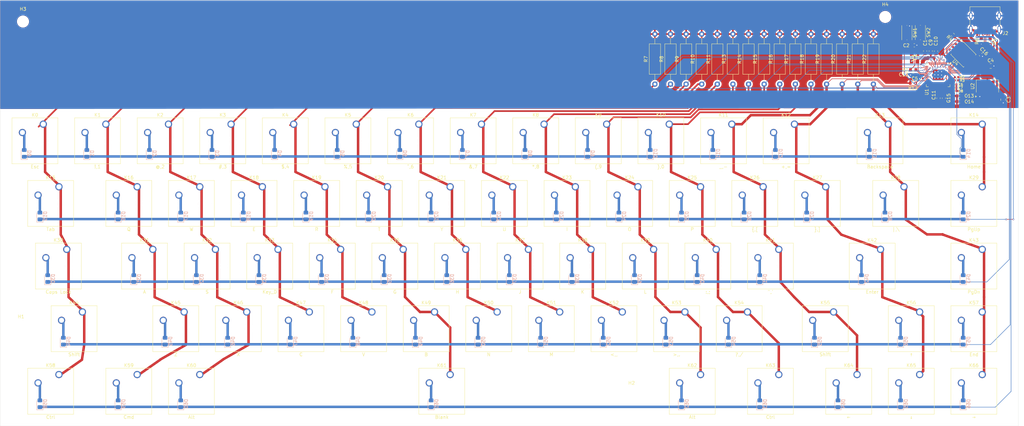
<source format=kicad_pcb>
(kicad_pcb (version 20240108) (generator "pcbnew") (generator_version "8.0")
  (layers (0 "F.Cu" signal) (31 "B.Cu" signal) (34 "B.Paste" user) (35 "F.Paste" user) (36 "B.SilkS" user "B.Silkscreen") (37 "F.SilkS" user "F.Silkscreen") (38 "B.Mask" user) (39 "F.Mask" user) (44 "Edge.Cuts" user))
  (net 0 "")
  (net 1 "/Row_0")
  (net 2 "/Row_1")
  (net 3 "/Row_2")
  (net 4 "/Row_3")
  (net 5 "/Row_4")
  (net 6 "/Col_0")
  (net 7 "/Col_1")
  (net 8 "/Col_2")
  (net 9 "/Col_3")
  (net 10 "/Col_4")
  (net 11 "/Col_5")
  (net 12 "/Col_6")
  (net 13 "/Col_7")
  (net 14 "/Col_8")
  (net 15 "/Col_9")
  (net 16 "/Col_10")
  (net 17 "/Col_11")
  (net 18 "/Col_12")
  (net 19 "/Col_13")
  (net 20 "/Col_14")
  (net 21 "Net-(D0-A)")
  (net 22 "Net-(D1-A)")
  (net 23 "Net-(D2-A)")
  (net 24 "Net-(D3-A)")
  (net 25 "Net-(D4-A)")
  (net 26 "Net-(D5-A)")
  (net 27 "Net-(D6-A)")
  (net 28 "Net-(D7-A)")
  (net 29 "Net-(D8-A)")
  (net 30 "Net-(D9-A)")
  (net 31 "Net-(D10-A)")
  (net 32 "Net-(D11-A)")
  (net 33 "Net-(D12-A)")
  (net 34 "Net-(D13-A)")
  (net 35 "Net-(D14-A)")
  (net 36 "Net-(D15-A)")
  (net 37 "Net-(D16-A)")
  (net 38 "Net-(D17-A)")
  (net 39 "Net-(D18-A)")
  (net 40 "Net-(D19-A)")
  (net 41 "Net-(D20-A)")
  (net 42 "Net-(D21-A)")
  (net 43 "Net-(D22-A)")
  (net 44 "Net-(D23-A)")
  (net 45 "Net-(D24-A)")
  (net 46 "Net-(D25-A)")
  (net 47 "Net-(D26-A)")
  (net 48 "Net-(D27-A)")
  (net 49 "Net-(D28-A)")
  (net 50 "Net-(D29-A)")
  (net 51 "Net-(D30-A)")
  (net 52 "Net-(D31-A)")
  (net 53 "Net-(D32-A)")
  (net 54 "Net-(D33-A)")
  (net 55 "Net-(D34-A)")
  (net 56 "Net-(D35-A)")
  (net 57 "Net-(D36-A)")
  (net 58 "Net-(D37-A)")
  (net 59 "Net-(D38-A)")
  (net 60 "Net-(D39-A)")
  (net 61 "Net-(D40-A)")
  (net 62 "Net-(D41-A)")
  (net 63 "Net-(D42-A)")
  (net 64 "Net-(D43-A)")
  (net 65 "Net-(D44-A)")
  (net 66 "Net-(D45-A)")
  (net 67 "Net-(D46-A)")
  (net 68 "Net-(D47-A)")
  (net 69 "Net-(D48-A)")
  (net 70 "Net-(D49-A)")
  (net 71 "Net-(D50-A)")
  (net 72 "Net-(D51-A)")
  (net 73 "Net-(D52-A)")
  (net 74 "Net-(D53-A)")
  (net 75 "Net-(D54-A)")
  (net 76 "Net-(D55-A)")
  (net 77 "Net-(D56-A)")
  (net 78 "Net-(D57-A)")
  (net 79 "Net-(D58-A)")
  (net 80 "Net-(D59-A)")
  (net 81 "Net-(D60-A)")
  (net 82 "Net-(D61-A)")
  (net 83 "Net-(D62-A)")
  (net 84 "Net-(D63-A)")
  (net 85 "Net-(D64-A)")
  (net 86 "Net-(D65-A)")
  (net 87 "Net-(D66-A)")
  (net 88 "GND")
  (net 89 "Net-(U1-XIN)")
  (net 90 "Net-(C2-Pad1)")
  (net 91 "+5V")
  (net 92 "+3V3")
  (net 93 "+1V1")
  (net 94 "/USB_D-")
  (net 96 "/USB_D+")
  (net 98 "Net-(J2-CC2)")
  (net 99 "Net-(J2-CC1)")
  (net 100 "Net-(U1-XOUT)")
  (net 101 "Net-(U1-USB_DP)")
  (net 102 "Net-(U1-USB_DM)")
  (net 103 "/~{BOOTSEL}")
  (net 104 "/QSPI_SS")
  (net 105 "/RUN")
  (net 108 "/QSPI_SCLK")
  (net 111 "/QSPI_SD0")
  (net 112 "/SWCLK")
  (net 115 "/QSPI_SD3")
  (net 116 "/QSPI_SD2")
  (net 119 "/QSPI_SD1")
  (net 121 "/SWD")
  (footprint "Button_Switch_Keyboard:SW_Cherry_MX_1.00u_PCB" (layer "F.Cu") (at 44.175 82.035)
    (property "Reference" "K0")
    (property "Value" "Esc")
  )
  (footprint "MountingHole:MountingHole_3.2mm_M3_DIN965" (layer "F.Cu") (at 223.2 164.6)
    (property "Reference" "H2")
    (property "Value" "MountingHole")
  )
  (footprint "MountingHole:MountingHole_3.2mm_M3_DIN965" (layer "F.Cu") (at 38 50.8)
    (property "Reference" "H3")
    (property "Value" "MountingHole")
  )
  (footprint "MountingHole:MountingHole_3.2mm_M3_DIN965" (layer "F.Cu") (at 300.4 49.4)
    (property "Reference" "H4")
    (property "Value" "MountingHole")
  )
  (footprint "MountingHole:MountingHole_3.2mm_M3_DIN965" (layer "F.Cu") (at 37.4 144.4)
    (property "Reference" "H1")
    (property "Value" "MountingHole")
  )
  (footprint "Button_Switch_Keyboard:SW_Cherry_MX_1.00u_PCB" (layer "F.Cu") (at 158.475 82.035)
    (property "Reference" "K6")
    (property "Value" "^,6")
  )
  (footprint "Package_DFN_QFN:QFN-56-1EP_7x7mm_P0.4mm_EP3.2x3.2mm" (layer "F.Cu") (at 316.498528 67.032727 -90)
    (property "Reference" "U1")
    (property "Value" "RP2040")
  )
  (footprint "Button_Switch_SMD:SW_Push_1P1T_NO_CK_KMR2" (layer "F.Cu") (at 306.998527 54.2 -90)
    (property "Reference" "SW1")
    (property "Value" "SW_Push")
  )
  (footprint "Button_Switch_Keyboard:SW_Cherry_MX_1.00u_PCB" (layer "F.Cu") (at 329.925 120.135)
    (property "Reference" "K43")
    (property "Value" "PgDn")
  )
  (footprint "Capacitor_SMD:C_0603_1608Metric" (layer "F.Cu") (at 322.998528 75.132727)
    (property "Reference" "C14")
    (property "Value" "100n")
  )
  (footprint "Resistor_SMD:R_0603_1608Metric" (layer "F.Cu") (at 308.848527 69.582726 180)
    (property "Reference" "R12")
    (property "Value" "10k")
  )
  (footprint "Button_Switch_Keyboard:SW_Cherry_MX_1.00u_PCB" (layer "F.Cu") (at 72.75 101.085)
    (property "Reference" "K16")
    (property "Value" "Q")
  )
  (footprint "Button_Switch_Keyboard:SW_Cherry_MX_1.00u_PCB" (layer "F.Cu") (at 253.725 82.035)
    (property "Reference" "K11")
    (property "Value" "_,-")
  )
  (footprint "Package_SO:SOIC-8_5.23x5.23mm_P1.27mm" (layer "F.Cu") (at 324.198527 60.832727 -45)
    (property "Reference" "U4")
    (property "Value" "W25Q128JVS")
  )
  (footprint "Resistor_THT:R_Axial_DIN0309_L9.0mm_D3.2mm_P15.24mm_Horizontal" (layer "F.Cu") (at 273.049999 69.85 90)
    (property "Reference" "R17")
    (property "Value" "10k")
  )
  (footprint "Button_Switch_Keyboard:SW_Cherry_MX_1.50u_PCB" (layer "F.Cu") (at 48.9375 158.235)
    (property "Reference" "K58")
    (property "Value" "Ctrl")
  )
  (footprint "Button_Switch_Keyboard:SW_Cherry_MX_1.00u_PCB" (layer "F.Cu") (at 72.75 158.235)
    (property "Reference" "K59")
    (property "Value" "Cmd")
  )
  (footprint "Button_Switch_Keyboard:SW_Cherry_MX_2.25u_PCB" (layer "F.Cu") (at 56.08125 139.185)
    (property "Reference" "K44")
    (property "Value" "Shift")
  )
  (footprint "Capacitor_SMD:C_0402_1005Metric" (layer "F.Cu") (at 321.608528 71.932728)
    (property "Reference" "C8")
    (property "Value" "1u")
  )
  (footprint "Button_Switch_Keyboard:SW_Cherry_MX_1.00u_PCB" (layer "F.Cu") (at 244.2 158.235)
    (property "Reference" "K62")
    (property "Value" "Alt")
  )
  (footprint "Button_Switch_Keyboard:SW_Cherry_MX_1.50u_PCB" (layer "F.Cu") (at 48.9375 101.085)
    (property "Reference" "K15")
    (property "Value" "Tab")
  )
  (footprint "Button_Switch_Keyboard:SW_Cherry_MX_1.00u_PCB" (layer "F.Cu") (at 329.925 82.035)
    (property "Reference" "K14")
    (property "Value" "Home")
  )
  (footprint "Capacitor_SMD:C_0402_1005Metric" (layer "F.Cu") (at 321.598527 69.932728)
    (property "Reference" "C6")
    (property "Value" "1u")
  )
  (footprint "Button_Switch_Keyboard:SW_Cherry_MX_1.00u_PCB" (layer "F.Cu") (at 263.25 101.085)
    (property "Reference" "K26")
    (property "Value" "{,[")
  )
  (footprint "Resistor_SMD:R_0603_1608Metric" (layer "F.Cu") (at 308.898528 65.482727 180)
    (property "Reference" "R1")
    (property "Value" "1k")
  )
  (footprint "Button_Switch_Keyboard:SW_Cherry_MX_1.00u_PCB" (layer "F.Cu") (at 239.4375 139.185)
    (property "Reference" "K53")
    (property "Value" ">,.")
  )
  (footprint "Button_Switch_Keyboard:SW_Cherry_MX_1.00u_PCB" (layer "F.Cu") (at 329.925 139.185)
    (property "Reference" "K57")
    (property "Value" "End")
  )
  (footprint "Button_Switch_Keyboard:SW_Cherry_MX_1.50u_PCB" (layer "F.Cu") (at 268.0125 158.235)
    (property "Reference" "K63")
    (property "Value" "Ctrl")
  )
  (footprint "Resistor_THT:R_Axial_DIN0309_L9.0mm_D3.2mm_P15.24mm_Horizontal" (layer "F.Cu") (at 282.55 69.85 90)
    (property "Reference" "R19")
    (property "Value" "10k")
  )
  (footprint "Button_Switch_Keyboard:SW_Cherry_MX_1.00u_PCB" (layer "F.Cu") (at 220.3875 139.185)
    (property "Reference" "K52")
    (property "Value" "<,,")
  )
  (footprint "Capacitor_SMD:C_0402_1005Metric" (layer "F.Cu") (at 311.398528 68.132727 180)
    (property "Reference" "C5")
    (property "Value" "100n")
  )
  (footprint "Connector_USB:USB_C_Receptacle_G-Switch_GT-USB-7010ASV" (layer "F.Cu") (at 330.76 50.095 180)
    (property "Reference" "J2")
    (property "Value" "USB_C_Receptacle_USB2.0_16P")
  )
  (footprint "Button_Switch_Keyboard:SW_Cherry_MX_1.00u_PCB" (layer "F.Cu") (at 272.775 82.035)
    (property "Reference" "K12")
    (property "Value" "+,=")
  )
  (footprint "Button_Switch_Keyboard:SW_Cherry_MX_1.00u_PCB" (layer "F.Cu") (at 129.9 101.085)
    (property "Reference" "K19")
    (property "Value" "R")
  )
  (footprint "Resistor_THT:R_Axial_DIN0309_L9.0mm_D3.2mm_P15.24mm_Horizontal" (layer "F.Cu") (at 258.8 69.85 90)
    (property "Reference" "R14")
    (property "Value" "10k")
  )
  (footprint "Resistor_THT:R_Axial_DIN0309_L9.0mm_D3.2mm_P15.24mm_Horizontal" (layer "F.Cu") (at 287.3 69.85 90)
    (property "Reference" "R20")
    (property "Value" "10k")
  )
  (footprint "Button_Switch_Keyboard:SW_Cherry_MX_1.00u_PCB" (layer "F.Cu") (at 125.1375 139.185)
    (property "Reference" "K47")
    (property "Value" "C")
  )
  (footprint "Button_Switch_Keyboard:SW_Cherry_MX_1.00u_PCB" (layer "F.Cu") (at 139.425 82.035)
    (property "Reference" "K5")
    (property "Value" "%,5")
  )
  (footprint "Capacitor_SMD:C_0603_1608Metric" (layer "F.Cu") (at 312.56 59.78 90)
    (property "Reference" "C1")
    (property "Value" "16pF")
  )
  (footprint "Button_Switch_Keyboard:SW_Cherry_MX_1.00u_PCB" (layer "F.Cu") (at 110.85 101.085)
    (property "Reference" "K18")
    (property "Value" "E")
  )
  (footprint "Button_Switch_Keyboard:SW_Cherry_MX_1.00u_PCB" (layer "F.Cu") (at 82.275 82.035)
    (property "Reference" "K2")
    (property "Value" "@,2")
  )
  (footprint "Button_Switch_Keyboard:SW_Cherry_MX_1.00u_PCB" (layer "F.Cu") (at 310.875 158.235)
    (property "Reference" "K65")
    (property "Value" "↓")
  )
  (footprint "Button_Switch_Keyboard:SW_Cherry_MX_1.00u_PCB" (layer "F.Cu") (at 87.0375 139.185)
    (property "Reference" "K45")
    (property "Value" "Z")
  )
  (footprint "Button_Switch_Keyboard:SW_Cherry_MX_1.00u_PCB" (layer "F.Cu") (at 163.2375 139.185)
    (property "Reference" "K49")
    (property "Value" "B")
  )
  (footprint "Capacitor_SMD:C_0603_1608Metric" (layer "F.Cu") (at 314.260001 59.78 90)
    (property "Reference" "C9")
    (property "Value" "100n")
  )
  (footprint "Capacitor_SMD:C_0603_1608Metric" (layer "F.Cu") (at 318.248527 74.132728 -90)
    (property "Reference" "C15")
    (property "Value" "100n")
  )
  (footprint "Button_Switch_Keyboard:SW_Cherry_MX_1.00u_PCB" (layer "F.Cu") (at 153.7125 120.135)
    (property "Reference" "K35")
    (property "Value" "G")
  )
  (footprint "Resistor_THT:R_Axial_DIN0309_L9.0mm_D3.2mm_P15.24mm_Horizontal" (layer "F.Cu") (at 244.55 69.85 90)
    (property "Reference" "R10")
    (property "Value" "10k")
  )
  (footprint "Button_Switch_Keyboard:SW_Cherry_MX_1.00u_PCB" (layer "F.Cu") (at 225.15 101.085)
    (property "Reference" "K24")
    (property "Value" "O")
  )
  (footprint "Capacitor_SMD:C_0603_1608Metric" (layer "F.Cu") (at 316.598527 74.132728 -90)
    (property "Reference" "C11")
    (property "Value" "100n")
  )
  (footprint "Button_Switch_Keyboard:SW_Cherry_MX_1.00u_PCB" (layer "F.Cu") (at 329.925 101.085)
    (property "Reference" "K29")
    (property "Value" "PgUp")
  )
  (footprint "Button_Switch_Keyboard:SW_Cherry_MX_1.50u_PCB" (layer "F.Cu") (at 306.1125 101.085)
    (property "Reference" "K28")
    (property "Value" "|,\\")
  )
  (footprint "Button_Switch_Keyboard:SW_Cherry_MX_1.00u_PCB" (layer "F.Cu") (at 106.0875 139.185)
    (property "Reference" "K46")
    (property "Value" "X")
  )
  (footprint "Button_Switch_Keyboard:SW_Cherry_MX_1.00u_PCB" (layer "F.Cu") (at 196.575 82.035)
    (property "Reference" "K8")
    (property "Value" "*,8")
  )
  (footprint "Button_Switch_Keyboard:SW_Cherry_MX_6.25u_PCB" (layer "F.Cu") (at 168 158.235)
    (property "Reference" "K61")
    (property "Value" "Blank")
  )
  (footprint "Button_Switch_Keyboard:SW_Cherry_MX_1.00u_PCB" (layer "F.Cu") (at 187.05 101.085)
    (property "Reference" "K22")
    (property "Value" "U")
  )
  (footprint "Capacitor_SMD:C_0603_1608Metric" (layer "F.Cu") (at 322.998527 73.432727)
    (property "Reference" "C13")
    (property "Value" "100n")
  )
  (footprint "Button_Switch_Keyboard:SW_Cherry_MX_1.00u_PCB" (layer "F.Cu") (at 210.8625 120.135)
    (property "Reference" "K38")
    (property "Value" "K")
  )
  (footprint "Button_Switch_Keyboard:SW_Cherry_MX_1.00u_PCB" (layer "F.Cu") (at 282.3 101.085)
    (property "Reference" "K27")
    (property "Value" "},]")
  )
  (footprint "Capacitor_SMD:C_0603_1608Metric" (layer "F.Cu") (at 315.86 59.83 90)
    (property "Reference" "C10")
    (property "Value" "100n")
  )
  (footprint "Button_Switch_Keyboard:SW_Cherry_MX_1.75u_PCB" (layer "F.Cu") (at 284.68125 139.185)
    (property "Reference" "K55")
    (property "Value" "Shift")
  )
  (footprint "Button_Switch_Keyboard:SW_Cherry_MX_1.00u_PCB" (layer "F.Cu") (at 63.225 82.035)
    (property "Reference" "K1")
    (property "Value" "!,1")
  )
  (footprint "Capacitor_SMD:C_0603_1608Metric" (layer "F.Cu") (at 308.898527 67.032727 180)
    (property "Reference" "C12")
    (property "Value" "100n")
  )
  (footprint "Resistor_THT:R_Axial_DIN0309_L9.0mm_D3.2mm_P15.24mm_Horizontal" (layer "F.Cu") (at 230.3 69.850001 90)
    (property "Reference" "R7")
    (property "Value" "10k")
  )
  (footprint "Button_Switch_Keyboard:SW_Cherry_MX_1.75u_PCB" (layer "F.Cu") (at 51.31875 120.135)
    (property "Reference" "K30")
    (property "Value" "Caps Lock")
  )
  (footprint "Button_Switch_Keyboard:SW_Cherry_MX_1.00u_PCB" (layer "F.Cu") (at 329.925 158.235)
    (property "Reference" "K66")
    (property "Value" "→")
  )
  (footprint "Resistor_SMD:R_0603_1608Metric" (layer "F.Cu") (at 320.95 54.85 135)
    (property "Reference" "R4")
    (property "Value" "1k")
  )
  (footprint "Button_Switch_Keyboard:SW_Cherry_MX_1.00u_PCB" (layer "F.Cu") (at 248.9625 120.135)
    (property "Reference" "K40")
    (property "Value" ":,;")
  )
  (footprint "Button_Switch_Keyboard:SW_Cherry_MX_1.00u_PCB" (layer "F.Cu") (at 229.9125 120.135)
    (property "Reference" "K39")
    (property "Value" "L")
  )
  (footprint "Button_Switch_Keyboard:SW_Cherry_MX_1.00u_PCB" (layer "F.Cu") (at 234.675 82.035)
    (property "Reference" "K10")
    (property "Value" "),0")
  )
  (footprint "Button_Switch_SMD:SW_Push_1P1T_NO_CK_KMR2" (layer "F.Cu") (at 311.1 54.15 -90)
    (property "Reference" "SW2")
    (property "Value" "SW_Push")
  )
  (footprint "Resistor_THT:R_Axial_DIN0309_L9.0mm_D3.2mm_P15.24mm_Horizontal" (layer "F.Cu") (at 249.299999 69.85 90)
    (property "Reference" "R11")
    (property "Value" "10k")
  )
  (footprint "Package_TO_SOT_SMD:SOT-223-3_TabPin2" (layer "F.Cu") (at 331.498527 70.482727 90)
    (property "Reference" "U2")
    (property "Value" "NCP1117-3.3_SOT223")
  )
  (footprint "Capacitor_SMD:C_0603_1608Metric" (layer "F.Cu") (at 329.45 60.86 -45)
    (property "Reference" "C16")
    (property "Value" "0.1uf")
  )
  (footprint "Button_Switch_Keyboard:SW_Cherry_MX_1.00u_PCB" (layer "F.Cu") (at 77.5125 120.135)
    (property "Reference" "K31")
    (property "Value" "A")
  )
  (footprint "Resistor_THT:R_Axial_DIN0309_L9.0mm_D3.2mm_P15.24mm_Horizontal" (layer "F.Cu") (at 296.8 69.850001 90)
    (property "Reference" "R22")
    (property "Value" "10k")
  )
  (footprint "parts:ABM8272T3" (layer "F.Cu") (at 309.323528 61.732727 90)
    (property "Reference" "Y1")
    (property "Value" "Crystal_GND24" (hide yes))
  )
  (footprint "Resistor_THT:R_Axial_DIN0309_L9.0mm_D3.2mm_P15.24mm_Horizontal" (layer "F.Cu") (at 268.3 69.85 90)
    (property "Reference" "R16")
    (property "Value" "10k")
  )
  (footprint "Button_Switch_Keyboard:SW_Cherry_MX_1.00u_PCB" (layer "F.Cu") (at 201.3375 139.185)
    (property "Reference" "K51")
    (property "Value" "M")
  )
  (footprint "Button_Switch_Keyboard:SW_Cherry_MX_1.00u_PCB" (layer "F.Cu") (at 144.1875 139.185)
    (property "Reference" "K48")
    (property "Value" "V")
  )
  (footprint "Resistor_THT:R_Axial_DIN0309_L9.0mm_D3.2mm_P15.24mm_Horizontal" (layer "F.Cu") (at 235.05 69.85 90)
    (property "Reference" "R8")
    (property "Value" "10k")
  )
  (footprint "Resistor_THT:R_Axial_DIN0309_L9.0mm_D3.2mm_P15.24mm_Horizontal" (layer "F.Cu") (at 239.8 69.85 90)
    (property "Reference" "R9")
    (property "Value" "10k")
  )
  (footprint "Button_Switch_Keyboard:SW_Cherry_MX_1.00u_PCB" (layer "F.Cu") (at 134.6625 120.135)
    (property "Reference" "K34")
    (property "Value" "F")
  )
  (footprint "Button_Switch_Keyboard:SW_Cherry_MX_1.00u_PCB" (layer "F.Cu") (at 96.5625 120.135)
    (property "Reference" "K32")
    (property "Value" "S")
  )
  (footprint "Button_Switch_Keyboard:SW_Cherry_MX_1.00u_PCB" (layer "F.Cu") (at 291.825 158.235)
    (property "Reference" "K64")
    (property "Value" "←")
  )
  (footprint "Button_Switch_Keyboard:SW_Cherry_MX_1.00u_PCB" (layer "F.Cu") (at 115.6125 120.135)
    (property "Reference" "K33")
    (property "Value" "Key_D")
  )
  (footprint "Button_Switch_Keyboard:SW_Cherry_MX_1.00u_PCB" (layer "F.Cu") (at 101.325 82.035)
    (property "Reference" "K3")
    (property "Value" "#,3")
  )
  (footprint "Capacitor_SMD:C_0402_1005Metric" (layer "F.Cu") (at 321.598528 70.932727)
    (property "Reference" "C7")
    (property "Value" "100n")
  )
  (footprint "Button_Switch_Keyboard:SW_Cherry_MX_1.00u_PCB" (layer "F.Cu") (at 215.625 82.035)
    (property "Reference" "K9")
    (property "Value" "(,9")
  )
  (footprint "Resistor_SMD:R_0603_1608Metric" (layer "F.Cu") (at 332.34 56.92 -90)
    (property "Reference" "R5")
    (property "Value" "5.1k")
  )
  (footprint "Button_Switch_Keyboard:SW_Cherry_MX_1.00u_PCB" (layer "F.Cu") (at 206.1 101.085)
    (property "Reference" "K23")
    (property "Value" "I")
  )
  (footprint "Button_Switch_Keyboard:SW_Cherry_MX_2.00u_PCB" (layer "F.Cu") (at 301.35 82.035)
    (property "Reference" "K13")
    (property "Value" "Backspace")
  )
  (footprint "Resistor_THT:R_Axial_DIN0309_L9.0mm_D3.2mm_P15.24mm_Horizontal" (layer "F.Cu") (at 277.800001 69.85 90)
    (property "Reference" "R18")
    (property "Value" "10k")
  )
  (footprint "Button_Switch_Keyboard:SW_Cherry_MX_1.00u_PCB" (layer "F.Cu") (at 168 101.085)
    (property "Reference" "K21")
    (property "Value" "Y")
  )
  (footprint "Capacitor_SMD:C_0805_2012Metric" (layer "F.Cu") (at 332.498527 64.332728)
    (property "Reference" "C4")
    (property "Value" "10uF")
  )
  (footprint "Button_Switch_Keyboard:SW_Cherry_MX_1.00u_PCB" (layer "F.Cu") (at 148.95 101.085)
    (property "Reference" "K20")
    (property "Value" "T")
  )
  (footprint "Button_Switch_Keyboard:SW_Cherry_MX_1.00u_PCB" (layer "F.Cu") (at 177.525 82.035)
    (property "Reference" "K7")
    (property "Value" "&,7")
  )
  (footprint "Button_Switch_Keyboard:SW_Cherry_MX_1.00u_PCB" (layer "F.Cu") (at 91.8 101.085)
    (property "Reference" "K17")
    (property "Value" "W")
  )
  (footprint "Button_Switch_Keyboard:SW_Cherry_MX_1.00u_PCB" (layer "F.Cu") (at 172.7625 120.135)
    (property "Reference" "K36")
    (property "Value" "H")
  )
  (footprint "Capacitor_SMD:C_0805_2012Metric" (layer "F.Cu") (at 336.298527 74.582727 -90)
    (property "Reference" "C3")
    (property "Value" "10uF")
  )
  (footprint "Capacitor_SMD:C_0603_1608Metric" (layer "F.Cu") (at 309.248528 58.032727)
    (property "Reference" "C2")
    (property "Value" "16pF")
  )
  (footprint "Button_Switch_Keyboard:SW_Cherry_MX_1.00u_PCB" (layer "F.Cu") (at 182.2875 139.185)
    (property "Reference" "K50")
    (property "Value" "N")
  )
  (footprint "Button_Switch_Keyboard:SW_Cherry_MX_2.25u_PCB" (layer "F.Cu") (at 298.96875 120.135)
    (property "Reference" "K42")
    (property "Value" "Enter")
  )
  (footprint "Button_Switch_Keyboard:SW_Cherry_MX_1.00u_PCB" (layer "F.Cu") (at 244.2 101.085)
    (property "Reference" "K25")
    (property "Value" "P")
  )
  (footprint "Button_Switch_Keyboard:SW_Cherry_MX_1.00u_PCB" (layer "F.Cu") (at 258.4875 139.185)
    (property "Reference" "K54")
    (property "Value" "?,/")
  )
  (footprint "Button_Switch_Keyboard:SW_Cherry_MX_1.00u_PCB" (layer "F.Cu") (at 268.0125 120.135)
    (property "Reference" "K41")
    (property "Value" "\",'")
  )
  (footprint "Resistor_SMD:R_0402_1005Metric" (layer "F.Cu") (at 322.098528 67.732728)
    (property "Reference" "R2")
    (property "Value" "27")
  )
  (footprint "Resistor_THT:R_Axial_DIN0309_L9.0mm_D3.2mm_P15.24mm_Horizontal" (layer "F.Cu") (at 254.050001 69.85 90)
    (property "Reference" "R13")
    (property "Value" "10k")
  )
  (footprint "Resistor_SMD:R_0603_1608Metric" (layer "F.Cu") (at 329.65 56.85 -90)
    (property "Reference" "R6")
    (property "Value" "5.1k")
  )
  (footprint "Resistor_THT:R_Axial_DIN0309_L9.0mm_D3.2mm_P15.24mm_Horizontal" (layer "F.Cu") (at 263.55 69.85 90)
    (property "Reference" "R15")
    (property "Value" "10k")
  )
  (footprint "Button_Switch_Keyboard:SW_Cherry_MX_1.00u_PCB" (layer "F.Cu") (at 191.8125 120.135)
    (property "Reference" "K37")
    (property "Value" "J")
  )
  (footprint "Resistor_SMD:R_0402_1005Metric" (layer "F.Cu") (at 322.098528 68.682728)
    (property "Reference" "R3")
    (property "Value" "27")
  )
  (footprint "Button_Switch_Keyboard:SW_Cherry_MX_1.00u_PCB" (layer "F.Cu") (at 310.875 139.185)
    (property "Reference" "K56")
    (property "Value" "↑")
  )
  (footprint "Button_Switch_Keyboard:SW_Cherry_MX_1.00u_PCB" (layer "F.Cu") (at 91.8 158.235)
    (property "Reference" "K60")
    (property "Value" "Alt")
  )
  (footprint "Button_Switch_Keyboard:SW_Cherry_MX_1.00u_PCB" (layer "F.Cu") (at 120.375 82.035)
    (property "Reference" "K4")
    (property "Value" "$,4")
  )
  (footprint "Resistor_THT:R_Axial_DIN0309_L9.0mm_D3.2mm_P15.24mm_Horizontal" (layer "F.Cu") (at 292.05 69.85 90)
    (property "Reference" "R21")
    (property "Value" "10k")
  )
  (footprint "Diode_SMD:D_0805_2012Metric_Pad1.15x1.40mm_HandSolder" (layer "B.Cu") (at 38.375 90.925 90)
    (property "Reference" "D0")
    (property "Value" "1N4148WS")
  )
  (footprint "Diode_SMD:D_0805_2012Metric_Pad1.15x1.40mm_HandSolder" (layer "B.Cu") (at 219.35 109.975 90)
    (property "Reference" "D24")
    (property "Value" "1N4148WS")
  )
  (footprint "Diode_SMD:D_0805_2012Metric_Pad1.15x1.40mm_HandSolder" (layer "B.Cu") (at 162.2 109.975 90)
    (property "Reference" "D21")
    (property "Value" "1N4148WS")
  )
  (footprint "Diode_SMD:D_0805_2012Metric_Pad1.15x1.40mm_HandSolder" (layer "B.Cu") (at 76.475 90.925 90)
    (property "Reference" "D2")
    (property "Value" "1N4148WS")
  )
  (footprint "Diode_SMD:D_0805_2012Metric_Pad1.15x1.40mm_HandSolder" (layer "B.Cu") (at 124.1 109.975 90)
    (property "Reference" "D19")
    (property "Value" "1N4148WS")
  )
  (footprint "Diode_SMD:D_0805_2012Metric_Pad1.15x1.40mm_HandSolder" (layer "B.Cu") (at 138.3875 148.075 90)
    (property "Reference" "D48")
    (property "Value" "1N4148WS")
  )
  (footprint "Diode_SMD:D_0805_2012Metric_Pad1.15x1.40mm_HandSolder" (layer "B.Cu") (at 171.725 90.925 90)
    (property "Reference" "D7")
    (property "Value" "1N4148WS")
  )
  (footprint "Diode_SMD:D_0805_2012Metric_Pad1.15x1.40mm_HandSolder" (layer "B.Cu") (at 214.5875 148.075 90)
    (property "Reference" "D52")
    (property "Value" "1N4148WS")
  )
  (footprint "Diode_SMD:D_0805_2012Metric_Pad1.15x1.40mm_HandSolder" (layer "B.Cu") (at 247.925 90.925 90)
    (property "Reference" "D11")
    (property "Value" "1N4148WS")
  )
  (footprint "Diode_SMD:D_0805_2012Metric_Pad1.15x1.40mm_HandSolder" (layer "B.Cu") (at 324.125 90.925 90)
    (property "Reference" "D14")
    (property "Value" "1N4148WS")
  )
  (footprint "Diode_SMD:D_0805_2012Metric_Pad1.15x1.40mm_HandSolder" (layer "B.Cu") (at 266.975 90.925 90)
    (property "Reference" "D12")
    (property "Value" "1N4148WS")
  )
  (footprint "Diode_SMD:D_0805_2012Metric_Pad1.15x1.40mm_HandSolder" (layer "B.Cu") (at 324.125 167.125 90)
    (property "Reference" "D66")
    (property "Value" "1N4148WS")
  )
  (footprint "Diode_SMD:D_0805_2012Metric_Pad1.15x1.40mm_HandSolder" (layer "B.Cu") (at 293.16875 129.025 90)
    (property "Reference" "D42")
    (property "Value" "1N4148WS")
  )
  (footprint "Diode_SMD:D_0805_2012Metric_Pad1.15x1.40mm_HandSolder" (layer "B.Cu") (at 305.075 167.125 90)
    (property "Reference" "D65")
    (property "Value" "1N4148WS")
  )
  (footprint "Diode_SMD:D_0805_2012Metric_Pad1.15x1.40mm_HandSolder" (layer "B.Cu") (at 195.5375 148.075 90)
    (property "Reference" "D51")
    (property "Value" "1N4148WS")
  )
  (footprint "Diode_SMD:D_0805_2012Metric_Pad1.15x1.40mm_HandSolder" (layer "B.Cu") (at 200.3 109.975 90)
    (property "Reference" "D23")
    (property "Value" "1N4148WS")
  )
  (footprint "Diode_SMD:D_0805_2012Metric_Pad1.15x1.40mm_HandSolder" (layer "B.Cu") (at 166.9625 129.025 90)
    (property "Reference" "D36")
    (property "Value" "1N4148WS")
  )
  (footprint "Diode_SMD:D_0805_2012Metric_Pad1.15x1.40mm_HandSolder" (layer "B.Cu") (at 262.2125 129.025 90)
    (property "Reference" "D41")
    (property "Value" "1N4148WS")
  )
  (footprint "Diode_SMD:D_0805_2012Metric_Pad1.15x1.40mm_HandSolder" (layer "B.Cu") (at 105.05 109.975 90)
    (property "Reference" "D18")
    (property "Value" "1N4148WS")
  )
  (footprint "Diode_SMD:D_0805_2012Metric_Pad1.15x1.40mm_HandSolder" (layer "B.Cu") (at 262.2125 167.125 90)
    (property "Reference" "D63")
    (property "Value" "1N4148WS")
  )
  (footprint "Diode_SMD:D_0805_2012Metric_Pad1.15x1.40mm_HandSolder" (layer "B.Cu") (at 205.0625 129.025 90)
    (property "Reference" "D38")
    (property "Value" "1N4148WS")
  )
  (footprint "Diode_SMD:D_0805_2012Metric_Pad1.15x1.40mm_HandSolder" (layer "B.Cu") (at 133.625 90.925 90)
    (property "Reference" "D5")
    (property "Value" "1N4148WS")
  )
  (footprint "Diode_SMD:D_0805_2012Metric_Pad1.15x1.40mm_HandSolder" (layer "B.Cu") (at 257.45 109.975 90)
    (property "Reference" "D26")
    (property "Value" "1N4148WS")
  )
  (footprint "Diode_SMD:D_0805_2012Metric_Pad1.15x1.40mm_HandSolder" (layer "B.Cu") (at 66.95 167.125 90)
    (property "Reference" "D59")
    (property "Value" "1N4148WS")
  )
  (footprint "Diode_SMD:D_0805_2012Metric_Pad1.15x1.40mm_HandSolder" (layer "B.Cu") (at 186.0125 129.025 90)
    (property "Reference" "D37")
    (property "Value" "1N4148WS")
  )
  (footprint "Diode_SMD:D_0805_2012Metric_Pad1.15x1.40mm_HandSolder" (layer "B.Cu") (at 119.3375 148.075 90)
    (property "Reference" "D47")
    (property "Value" "1N4148WS")
  )
  (footprint "Diode_SMD:D_0805_2012Metric_Pad1.15x1.40mm_HandSolder" (layer "B.Cu") (at 300.3125 109.975 90)
    (property "Reference" "D28")
    (property "Value" "1N4148WS")
  )
  (footprint "Diode_SMD:D_0805_2012Metric_Pad1.15x1.40mm_HandSolder" (layer "B.Cu") (at 181.25 109.975 90)
    (property "Reference" "D22")
    (property "Value" "1N4148WS")
  )
  (footprint "Diode_SMD:D_0805_2012Metric_Pad1.15x1.40mm_HandSolder" (layer "B.Cu") (at 286.025 167.125 90)
    (property "Reference" "D64")
    (property "Value" "1N4148WS")
  )
  (footprint "Diode_SMD:D_0805_2012Metric_Pad1.15x1.40mm_HandSolder" (layer "B.Cu") (at 109.8125 129.025 90)
    (property "Reference" "D33")
    (property "Value" "1N4148WS")
  )
  (footprint "Diode_SMD:D_0805_2012Metric_Pad1.15x1.40mm_HandSolder" (layer "B.Cu") (at 100.2875 148.075 90)
    (property "Reference" "D46")
    (property "Value" "1N4148WS")
  )
  (footprint "Diode_SMD:D_0805_2012Metric_Pad1.15x1.40mm_HandSolder" (layer "B.Cu") (at 278.88125 148.075 90)
    (property "Reference" "D55")
    (property "Value" "1N4148WS")
  )
  (footprint "Diode_SMD:D_0805_2012Metric_Pad1.15x1.40mm_HandSolder" (layer "B.Cu") (at 162.2 167.125 90)
    (property "Reference" "D61")
    (property "Value" "1N4148WS")
  )
  (footprint "Diode_SMD:D_0805_2012Metric_Pad1.15x1.40mm_HandSolder" (layer "B.Cu") (at 50.28125 148.075 90)
    (property "Reference" "D44")
    (property "Value" "1N4148WS")
  )
  (footprint "Diode_SMD:D_0805_2012Metric_Pad1.15x1.40mm_HandSolder" (layer "B.Cu") (at 243.1625 129.025 90)
    (property "Reference" "D40")
    (property "Value" "1N4148WS")
  )
  (footprint "Diode_SMD:D_0805_2012Metric_Pad1.15x1.40mm_HandSolder" (layer "B.Cu") (at 305.075 148.075 90)
    (property "Reference" "D56")
    (property "Value" "1N4148WS")
  )
  (footprint "Diode_SMD:D_0805_2012Metric_Pad1.15x1.40mm_HandSolder" (layer "B.Cu") (at 276.5 109.975 90)
    (property "Reference" "D27")
    (property "Value" "1N4148WS")
  )
  (footprint "Diode_SMD:D_0805_2012Metric_Pad1.15x1.40mm_HandSolder" (layer "B.Cu") (at 86 109.975 90)
    (property "Reference" "D17")
    (property "Value" "1N4148WS")
  )
  (footprint "Diode_SMD:D_0805_2012Metric_Pad1.15x1.40mm_HandSolder" (layer "B.Cu") (at 86 167.125 90)
    (property "Reference" "D60")
    (property "Value" "1N4148WS")
  )
  (footprint "Diode_SMD:D_0805_2012Metric_Pad1.15x1.40mm_HandSolder" (layer "B.Cu") (at 143.15 109.975 90)
    (property "Reference" "D20")
    (property "Value" "1N4148WS")
  )
  (footprint "Diode_SMD:D_0805_2012Metric_Pad1.15x1.40mm_HandSolder" (layer "B.Cu") (at 324.125 109.975 90)
    (property "Reference" "D29")
    (property "Value" "1N4148WS")
  )
  (footprint "Diode_SMD:D_0805_2012Metric_Pad1.15x1.40mm_HandSolder" (layer "B.Cu") (at 152.675 90.925 90)
    (property "Reference" "D6")
    (property "Value" "1N4148WS")
  )
  (footprint "Diode_SMD:D_0805_2012Metric_Pad1.15x1.40mm_HandSolder" (layer "B.Cu") (at 176.4875 148.075 90)
    (property "Reference" "D50")
    (property "Value" "1N4148WS")
  )
  (footprint "Diode_SMD:D_0805_2012Metric_Pad1.15x1.40mm_HandSolder" (layer "B.Cu") (at 224.1125 129.025 90)
    (property "Reference" "D39")
    (property "Value" "1N4148WS")
  )
  (footprint "Diode_SMD:D_0805_2012Metric_Pad1.15x1.40mm_HandSolder" (layer "B.Cu") (at 43.1375 109.975 90)
    (property "Reference" "D15")
    (property "Value" "1N4148WS")
  )
  (footprint "Diode_SMD:D_0805_2012Metric_Pad1.15x1.40mm_HandSolder" (layer "B.Cu") (at 128.8625 129.025 90)
    (property "Reference" "D34")
    (property "Value" "1N4148WS")
  )
  (footprint "Diode_SMD:D_0805_2012Metric_Pad1.15x1.40mm_HandSolder" (layer "B.Cu") (at 228.875 90.925 90)
    (property "Reference" "D10")
    (property "Value" "1N4148WS")
  )
  (footprint "Diode_SMD:D_0805_2012Metric_Pad1.15x1.40mm_HandSolder" (layer "B.Cu") (at 45.51875 129.025 90)
    (property "Reference" "D30")
    (property "Value" "1N4148WS")
  )
  (footprint "Diode_SMD:D_0805_2012Metric_Pad1.15x1.40mm_HandSolder" (layer "B.Cu") (at 114.575 90.925 90)
    (property "Reference" "D4")
    (property "Value" "1N4148WS")
  )
  (footprint "Diode_SMD:D_0805_2012Metric_Pad1.15x1.40mm_HandSolder" (layer "B.Cu") (at 209.825 90.925 90)
    (property "Reference" "D9")
    (property "Value" "1N4148WS")
  )
  (footprint "Diode_SMD:D_0805_2012Metric_Pad1.15x1.40mm_HandSolder" (layer "B.Cu") (at 295.55 90.925 90)
    (property "Reference" "D13")
    (property "Value" "1N4148WS")
  )
  (footprint "Diode_SMD:D_0805_2012Metric_Pad1.15x1.40mm_HandSolder" (layer "B.Cu") (at 147.9125 129.025 90)
    (property "Reference" "D35")
    (property "Value" "1N4148WS")
  )
  (footprint "Diode_SMD:D_0805_2012Metric_Pad1.15x1.40mm_HandSolder" (layer "B.Cu") (at 66.95 109.975 90)
    (property "Reference" "D16")
    (property "Value" "1N4148WS")
  )
  (footprint "Diode_SMD:D_0805_2012Metric_Pad1.15x1.40mm_HandSolder" (layer "B.Cu") (at 324.125 129.025 90)
    (property "Reference" "D43")
    (property "Value" "1N4148WS")
  )
  (footprint "Diode_SMD:D_0805_2012Metric_Pad1.15x1.40mm_HandSolder" (layer "B.Cu") (at 90.7625 129.025 90)
    (property "Reference" "D32")
    (property "Value" "1N4148WS")
  )
  (footprint "Diode_SMD:D_0805_2012Metric_Pad1.15x1.40mm_HandSolder" (layer "B.Cu") (at 233.6375 148.075 90)
    (property "Reference" "D53")
    (property "Value" "1N4148WS")
  )
  (footprint "Diode_SMD:D_0805_2012Metric_Pad1.15x1.40mm_HandSolder" (layer "B.Cu") (at 95.525 90.925 90)
    (property "Reference" "D3")
    (property "Value" "1N4148WS")
  )
  (footprint "Diode_SMD:D_0805_2012Metric_Pad1.15x1.40mm_HandSolder" (layer "B.Cu") (at 252.6875 148.075 90)
    (property "Reference" "D54")
    (property "Value" "1N4148WS")
  )
  (footprint "Diode_SMD:D_0805_2012Metric_Pad1.15x1.40mm_HandSolder" (layer "B.Cu") (at 81.2375 148.075 90)
    (property "Reference" "D45")
    (property "Value" "1N4148WS")
  )
  (footprint "Diode_SMD:D_0805_2012Metric_Pad1.15x1.40mm_HandSolder" (layer "B.Cu") (at 57.425 90.925 90)
    (property "Reference" "D1")
    (property "Value" "1N4148WS")
  )
  (footprint "Diode_SMD:D_0805_2012Metric_Pad1.15x1.40mm_HandSolder" (layer "B.Cu") (at 190.775 90.925 90)
    (property "Reference" "D8")
    (property "Value" "1N4148WS")
  )
  (footprint "Diode_SMD:D_0805_2012Metric_Pad1.15x1.40mm_HandSolder" (layer "B.Cu") (at 238.4 109.975 90)
    (property "Reference" "D25")
    (property "Value" "1N4148WS")
  )
  (footprint "Diode_SMD:D_0805_2012Metric_Pad1.15x1.40mm_HandSolder" (layer "B.Cu") (at 324.125 148.075 90)
    (property "Reference" "D57")
    (property "Value" "1N4148WS")
  )
  (footprint "Diode_SMD:D_0805_2012Metric_Pad1.15x1.40mm_HandSolder" (layer "B.Cu") (at 71.7125 129.025 90)
    (property "Reference" "D31")
    (property "Value" "1N4148WS")
  )
  (footprint "Diode_SMD:D_0805_2012Metric_Pad1.15x1.40mm_HandSolder" (layer "B.Cu") (at 43.1375 167.125 90)
    (property "Reference" "D58")
    (property "Value" "1N4148WS")
  )
  (footprint "Diode_SMD:D_0805_2012Metric_Pad1.15x1.40mm_HandSolder" (layer "B.Cu") (at 238.4 167.125 90)
    (property "Reference" "D62")
    (property "Value" "1N4148WS")
  )
  (footprint "Diode_SMD:D_0805_2012Metric_Pad1.15x1.40mm_HandSolder" (layer "B.Cu") (at 157.4375 148.075 90)
    (property "Reference" "D49")
    (property "Value" "1N4148WS")
  )
  (gr_rect (start 31.04 44.38) (end 340.94 173.9) (stroke (width 0.05)) (fill none) (layer "Edge.Cuts"))
  (segment (start 318.698527 64.709249) (end 318.698527 63.595227) (width 0.15) (layer "F.Cu") (net 1))
  (segment (start 319.060858 65.07158) (end 318.698527 64.709249) (width 0.15) (layer "F.Cu") (net 1))
  (via (at 319.060858 65.07158) (size 0.5) (drill 0.3) (layers "F.Cu" "B.Cu") (net 1))
  (segment (start 133.625 91.865) (end 152.675 91.865) (width 0.75) (layer "B.Cu") (net 1))
  (segment (start 323.548 86.492544) (end 323.548 88.95261) (width 0.15) (layer "B.Cu") (net 1))
  (segment (start 209.825 91.865) (end 228.875 91.865) (width 0.75) (layer "B.Cu") (net 1))
  (segment (start 38.375 91.865) (end 57.425 91.865) (width 0.75) (layer "B.Cu") (net 1))
  (segment (start 76.475 91.865) (end 95.525 91.865) (width 0.75) (layer "B.Cu") (net 1))
  (segment (start 319.060858 65.07158) (end 319.07158 65.07158) (width 0.15) (layer "B.Cu") (net 1))
  (segment (start 266.975 91.865) (end 295.55 91.865) (width 0.75) (layer "B.Cu") (net 1))
  (segment (start 322.2 85.144544) (end 323.548 86.492544) (width 0.15) (layer "B.Cu") (net 1))
  (segment (start 323.15 90.975) (end 324.125 91.95) (width 0.15) (layer "B.Cu") (net 1))
  (segment (start 295.55 91.865) (end 324.125 91.865) (width 0.75) (layer "B.Cu") (net 1))
  (segment (start 171.725 91.865) (end 190.775 91.865) (width 0.75) (layer "B.Cu") (net 1))
  (segment (start 247.925 91.865) (end 266.975 91.865) (width 0.75) (layer "B.Cu") (net 1))
  (segment (start 323.15 89.35061) (end 323.15 90.975) (width 0.15) (layer "B.Cu") (net 1))
  (segment (start 322.2 68.2) (end 322.2 85.144544) (width 0.15) (layer "B.Cu") (net 1))
  (segment (start 57.425 91.865) (end 76.475 91.865) (width 0.75) (layer "B.Cu") (net 1))
  (segment (start 323.548 88.95261) (end 323.15 89.35061) (width 0.15) (layer "B.Cu") (net 1))
  (segment (start 152.675 91.865) (end 171.725 91.865) (width 0.75) (layer "B.Cu") (net 1))
  (segment (start 319.07158 65.07158) (end 322.2 68.2) (width 0.15) (layer "B.Cu") (net 1))
  (segment (start 228.875 91.865) (end 247.925 91.865) (width 0.75) (layer "B.Cu") (net 1))
  (segment (start 114.575 91.865) (end 133.625 91.865) (width 0.75) (layer "B.Cu") (net 1))
  (segment (start 95.525 91.865) (end 114.575 91.865) (width 0.75) (layer "B.Cu") (net 1))
  (segment (start 190.775 91.865) (end 209.825 91.865) (width 0.75) (layer "B.Cu") (net 1))
  (segment (start 318.27 62.51) (end 318.298528 62.538528) (width 0.15) (layer "F.Cu") (net 2))
  (segment (start 339.4 111.01) (end 337.2 111.01) (width 0.15) (layer "F.Cu") (net 2))
  (segment (start 318.298528 62.538528) (end 318.298528 63.595227) (width 0.15) (layer "F.Cu") (net 2))
  (via (at 318.27 62.51) (size 0.5) (drill 0.3) (layers "F.Cu" "B.Cu") (net 2))
  (via (at 337.2 111.01) (size 0.5) (drill 0.3) (layers "F.Cu" "B.Cu") (net 2))
  (via (at 339.4 111.01) (size 0.5) (drill 0.3) (layers "F.Cu" "B.Cu") (net 2))
  (segment (start 162.2 110.915) (end 181.25 110.915) (width 0.75) (layer "B.Cu") (net 2))
  (segment (start 105.05 110.915) (end 124.1 110.915) (width 0.75) (layer "B.Cu") (net 2))
  (segment (start 238.4 110.915) (end 257.45 110.915) (width 0.75) (layer "B.Cu") (net 2))
  (segment (start 66.95 110.915) (end 86 110.915) (width 0.75) (layer "B.Cu") (net 2))
  (segment (start 219.35 110.915) (end 238.4 110.915) (width 0.75) (layer "B.Cu") (net 2))
  (segment (start 43.1375 110.915) (end 66.95 110.915) (width 0.75) (layer "B.Cu") (net 2))
  (segment (start 332.134738 56.123) (end 321.701889 56.123) (width 0.15) (layer "B.Cu") (net 2))
  (segment (start 257.45 110.915) (end 276.5 110.915) (width 0.75) (layer "B.Cu") (net 2))
  (segment (start 300.3125 110.915) (end 324.125 110.915) (width 0.75) (layer "B.Cu") (net 2))
  (segment (start 317.635111 62.51) (end 318.27 62.51) (width 0.15) (layer "B.Cu") (net 2))
  (segment (start 317.165 62.039889) (end 317.635111 62.51) (width 0.15) (layer "B.Cu") (net 2))
  (segment (start 317.165 60.659889) (end 317.165 62.039889) (width 0.15) (layer "B.Cu") (net 2))
  (segment (start 143.15 110.915) (end 162.2 110.915) (width 0.75) (layer "B.Cu") (net 2))
  (segment (start 339.4 63.388262) (end 332.134738 56.123) (width 0.15) (layer "B.Cu") (net 2))
  (segment (start 321.701889 56.123) (end 317.165 60.659889) (width 0.15) (layer "B.Cu") (net 2))
  (segment (start 337.19 111) (end 337.2 111.01) (width 0.15) (layer "B.Cu") (net 2))
  (segment (start 181.25 110.915) (end 200.3 110.915) (width 0.75) (layer "B.Cu") (net 2))
  (segment (start 200.3 110.915) (end 219.35 110.915) (width 0.75) (layer "B.Cu") (net 2))
  (segment (start 339.4 111.01) (end 339.4 63.388262) (width 0.15) (layer "B.Cu") (net 2))
  (segment (start 124.1 110.915) (end 143.15 110.915) (width 0.75) (layer "B.Cu") (net 2))
  (segment (start 324.125 111) (end 337.19 111) (width 0.15) (layer "B.Cu") (net 2))
  (segment (start 276.5 110.915) (end 300.3125 110.915) (width 0.75) (layer "B.Cu") (net 2))
  (segment (start 86 110.915) (end 105.05 110.915) (width 0.75) (layer "B.Cu") (net 2))
  (segment (start 318.13 64.65) (end 317.898528 64.418528) (width 0.15) (layer "F.Cu") (net 3))
  (segment (start 317.898528 64.418528) (end 317.898528 63.595227) (width 0.15) (layer "F.Cu") (net 3))
  (via (at 318.13 64.65) (size 0.5) (drill 0.3) (layers "F.Cu" "B.Cu") (net 3))
  (segment (start 147.9125 129.965) (end 166.9625 129.965) (width 0.75) (layer "B.Cu") (net 3))
  (segment (start 338.146 73.567738) (end 338.146 123.224) (width 0.15) (layer "B.Cu") (net 3))
  (segment (start 205.0625 129.965) (end 224.1125 129.965) (width 0.75) (layer "B.Cu") (net 3))
  (segment (start 318.635 64.145) (end 319.895 64.145) (width 0.15) (layer "B.Cu") (net 3))
  (segment (start 243.1625 129.965) (end 262.2125 129.965) (width 0.75) (layer "B.Cu") (net 3))
  (segment (start 128.8625 129.965) (end 147.9125 129.965) (width 0.75) (layer "B.Cu") (net 3))
  (segment (start 262.2125 129.965) (end 293.16875 129.965) (width 0.75) (layer "B.Cu") (net 3))
  (segment (start 293.16875 129.965) (end 324.125 129.965) (width 0.75) (layer "B.Cu") (net 3))
  (segment (start 323.61 67.86) (end 332.438262 67.86) (width 0.15) (layer "B.Cu") (net 3))
  (segment (start 338.146 123.224) (end 331.32 130.05) (width 0.15) (layer "B.Cu") (net 3))
  (segment (start 45.51875 129.965) (end 71.7125 129.965) (width 0.75) (layer "B.Cu") (net 3))
  (segment (start 331.32 130.05) (end 324.125 130.05) (width 0.15) (layer "B.Cu") (net 3))
  (segment (start 186.0125 129.965) (end 205.0625 129.965) (width 0.75) (layer "B.Cu") (net 3))
  (segment (start 319.895 64.145) (end 323.61 67.86) (width 0.15) (layer "B.Cu") (net 3))
  (segment (start 109.8125 129.965) (end 128.8625 129.965) (width 0.75) (layer "B.Cu") (net 3))
  (segment (start 90.7625 129.965) (end 109.8125 129.965) (width 0.75) (layer "B.Cu") (net 3))
  (segment (start 318.13 64.65) (end 318.635 64.145) (width 0.15) (layer "B.Cu") (net 3))
  (segment (start 71.7125 129.965) (end 90.7625 129.965) (width 0.75) (layer "B.Cu") (net 3))
  (segment (start 224.1125 129.965) (end 243.1625 129.965) (width 0.75) (layer "B.Cu") (net 3))
  (segment (start 332.438262 67.86) (end 338.146 73.567738) (width 0.15) (layer "B.Cu") (net 3))
  (segment (start 166.9625 129.965) (end 186.0125 129.965) (width 0.75) (layer "B.Cu") (net 3))
  (segment (start 317.19 64.452261) (end 317.523528 64.118733) (width 0.15) (layer "F.Cu") (net 4))
  (segment (start 317.19 64.74) (end 317.19 64.452261) (width 0.15) (layer "F.Cu") (net 4))
  (segment (start 317.523528 64.118733) (end 317.523528 63.56) (width 0.15) (layer "F.Cu") (net 4))
  (via (at 317.19 64.74) (size 0.5) (drill 0.3) (layers "F.Cu" "B.Cu") (net 4))
  (segment (start 338.423 73.453) (end 338.260737 73.290738) (width 0.15) (layer "B.Cu") (net 4))
  (segment (start 305.075 149.015) (end 324.125 149.015) (width 0.75) (layer "B.Cu") (net 4))
  (segment (start 176.4875 149.015) (end 195.5375 149.015) (width 0.75) (layer "B.Cu") (net 4))
  (segment (start 278.88125 149.015) (end 305.075 149.015) (width 0.75) (layer "B.Cu") (net 4))
  (segment (start 317.19 64.375) (end 317.19 64.74) (width 0.15) (layer "B.Cu") (net 4))
  (segment (start 138.3875 149.015) (end 157.4375 149.015) (width 0.75) (layer "B.Cu") (net 4))
  (segment (start 81.2375 149.015) (end 100.2875 149.015) (width 0.75) (layer "B.Cu") (net 4))
  (segment (start 157.4375 149.015) (end 176.4875 149.015) (width 0.75) (layer "B.Cu") (net 4))
  (segment (start 195.5375 149.015) (end 214.5875 149.015) (width 0.75) (layer "B.Cu") (net 4))
  (segment (start 324.125 149.1) (end 332.443 149.1) (width 0.15) (layer "B.Cu") (net 4))
  (segment (start 252.6875 149.015) (end 278.88125 149.015) (width 0.75) (layer "B.Cu") (net 4))
  (segment (start 323.724738 67.583) (end 320.009738 63.868) (width 0.15) (layer "B.Cu") (net 4))
  (segment (start 233.6375 149.015) (end 252.6875 149.015) (width 0.75) (layer "B.Cu") (net 4))
  (segment (start 119.3375 149.015) (end 138.3875 149.015) (width 0.75) (layer "B.Cu") (net 4))
  (segment (start 50.28125 149.015) (end 81.2375 149.015) (width 0.75) (layer "B.Cu") (net 4))
  (segment (start 338.260737 73.290738) (end 332.553 67.583) (width 0.15) (layer "B.Cu") (net 4))
  (segment (start 320.009738 63.868) (end 317.697 63.868) (width 0.15) (layer "B.Cu") (net 4))
  (segment (start 317.697 63.868) (end 317.19 64.375) (width 0.15) (layer "B.Cu") (net 4))
  (segment (start 214.5875 149.015) (end 233.6375 149.015) (width 0.75) (layer "B.Cu") (net 4))
  (segment (start 332.443 149.1) (end 338.423 143.12) (width 0.15) (layer "B.Cu") (net 4))
  (segment (start 338.423 143.12) (end 338.423 73.453) (width 0.15) (layer "B.Cu") (net 4))
  (segment (start 332.553 67.583) (end 323.724738 67.583) (width 0.15) (layer "B.Cu") (net 4))
  (segment (start 100.2875 149.015) (end 119.3375 149.015) (width 0.75) (layer "B.Cu") (net 4))
  (segment (start 317.098529 63.595227) (end 317.098529 62.431471) (width 0.15) (layer "F.Cu") (net 5))
  (segment (start 317.098529 62.431471) (end 317.72 61.81) (width 0.15) (layer "F.Cu") (net 5))
  (via (at 317.72 61.81) (size 0.5) (drill 0.3) (layers "F.Cu" "B.Cu") (net 5))
  (segment (start 86 168.065) (end 162.2 168.065) (width 0.75) (layer "B.Cu") (net 5))
  (segment (start 66.95 168.065) (end 86 168.065) (width 0.75) (layer "B.Cu") (net 5))
  (segment (start 332.02 56.4) (end 322.685111 56.4) (width 0.15) (layer "B.Cu") (net 5))
  (segment (start 238.4 168.065) (end 262.2125 168.065) (width 0.75) (layer "B.Cu") (net 5))
  (segment (start 324.125 168.15) (end 333.91 168.15) (width 0.15) (layer "B.Cu") (net 5))
  (segment (start 43.1375 168.065) (end 66.95 168.065) (width 0.75) (layer "B.Cu") (net 5))
  (segment (start 286.025 168.065) (end 305.075 168.065) (width 0.75) (layer "B.Cu") (net 5))
  (segment (start 333.91 168.15) (end 338.7 163.36) (width 0.15) (layer "B.Cu") (net 5))
  (segment (start 317.72 61.365111) (end 317.72 61.81) (width 0.15) (layer "B.Cu") (net 5))
  (segment (start 338.7 63.08) (end 332.02 56.4) (width 0.15) (layer "B.Cu") (net 5))
  (segment (start 262.2125 168.065) (end 286.025 168.065) (width 0.75) (layer "B.Cu") (net 5))
  (segment (start 162.2 168.065) (end 238.4 168.065) (width 0.75) (layer "B.Cu") (net 5))
  (segment (start 305.075 168.065) (end 324.125 168.065) (width 0.75) (layer "B.Cu") (net 5))
  (segment (start 338.7 163.36) (end 338.7 63.08) (width 0.15) (layer "B.Cu") (net 5))
  (segment (start 322.685111 56.4) (end 317.72 61.365111) (width 0.15) (layer "B.Cu") (net 5))
  (segment (start 51.86875 120.135) (end 51.86875 130.135) (width 0.75) (layer "F.Cu") (net 6))
  (segment (start 53.712 71.838) (end 42.75 82.8) (width 0.5) (layer "F.Cu") (net 6))
  (segment (start 316.698528 62.846361) (end 316.698528 63.595227) (width 0.15) (layer "F.Cu") (net 6))
  (segment (start 228.312001 71.838) (end 53.712 71.838) (width 0.5) (layer "F.Cu") (net 6))
  (segment (start 51.86875 120.135) (end 49.4875 115.635) (width 0.75) (layer "F.Cu") (net 6))
  (segment (start 49.4875 101.085) (end 49.4875 111.085) (width 0.75) (layer "F.Cu") (net 6))
  (segment (start 316.815 62.045) (end 316.815 62.729889) (width 0.15) (layer "F.Cu") (net 6))
  (segment (start 44.725 82.035) (end 44.725 92.035) (width 0.75) (layer "F.Cu") (net 6))
  (segment (start 230.3 69.850001) (end 228.312001 71.838) (width 0.5) (layer "F.Cu") (net 6))
  (segment (start 49.4875 111.085) (end 49.4875 115.585) (width 0.75) (layer "F.Cu") (net 6))
  (segment (start 316.815 62.729889) (end 316.698528 62.846361) (width 0.15) (layer "F.Cu") (net 6))
  (segment (start 56.63125 139.185) (end 51.86875 134.685) (width 0.75) (layer "F.Cu") (net 6))
  (segment (start 44.725 92.035) (end 44.725 96.535) (width 0.75) (layer "F.Cu") (net 6))
  (segment (start 49.4875 101.085) (end 44.725 96.585) (width 0.75) (layer "F.Cu") (net 6))
  (segment (start 56.63125 139.185) (end 56.63125 149.185) (width 0.75) (layer "F.Cu") (net 6))
  (segment (start 51.86875 130.135) (end 51.86875 134.635) (width 0.75) (layer "F.Cu") (net 6))
  (segment (start 56.63125 149.185) (end 55.9375 153.685) (width 0.75) (layer "F.Cu") (net 6))
  (segment (start 316.46 61.69) (end 316.815 62.045) (width 0.15) (layer "F.Cu") (net 6))
  (segment (start 49.4875 158.235) (end 55.9375 153.735) (width 0.75) (layer "F.Cu") (net 6))
  (via (at 316.46 61.69) (size 0.5) (drill 0.3) (layers "F.Cu" "B.Cu") (net 6))
  (segment (start 316.221 61.451) (end 238.699001 61.451) (width 0.15) (layer "B.Cu") (net 6))
  (segment (start 316.46 61.69) (end 316.221 61.451) (width 0.15) (layer "B.Cu") (net 6))
  (segment (start 238.699001 61.451) (end 230.3 69.850001) (width 0.15) (layer "B.Cu") (net 6))
  (segment (start 63.775 92.035) (end 63.775 96.535) (width 0.75) (layer "F.Cu") (net 7))
  (segment (start 87.5875 139.185) (end 78.0625 134.685) (width 0.75) (layer "F.Cu") (net 7))
  (segment (start 73.3 101.085) (end 63.775 96.585) (width 0.75) (layer "F.Cu") (net 7))
  (segment (start 63.775 82.035) (end 63.775 92.035) (width 0.75) (layer "F.Cu") (net 7))
  (segment (start 87.5875 139.185) (end 87.5875 149.185) (width 0.75) (layer "F.Cu") (net 7))
  (segment (start 232.185 72.715) (end 72.545 72.715) (width 0.5) (layer "F.Cu") (net 7))
  (segment (start 73.3 101.085) (end 73.3 111.085) (width 0.75) (layer "F.Cu") (net 7))
  (segment (start 235.05 69.85) (end 232.185 72.715) (width 0.5) (layer "F.Cu") (net 7))
  (segment (start 87.5875 149.185) (end 79.75 153.685) (width 0.75) (layer "F.Cu") (net 7))
  (segment (start 73.3 111.085) (end 73.3 115.585) (width 0.75) (layer "F.Cu") (net 7))
  (segment (start 73.3 158.235) (end 79.75 153.735) (width 0.75) (layer "F.Cu") (net 7))
  (segment (start 78.0625 130.135) (end 78.0625 134.635) (width 0.75) (layer "F.Cu") (net 7))
  (segment (start 72.545 72.715) (end 63.225 82.035) (width 0.5) (layer "F.Cu") (net 7))
  (segment (start 316.298528 64.528528) (end 316.44 64.67) (width 0.15) (layer "F.Cu") (net 7))
  (segment (start 78.0625 120.135) (end 78.0625 130.135) (width 0.75) (layer "F.Cu") (net 7))
  (segment (start 316.298528 63.595227) (end 316.298528 64.528528) (width 0.15) (layer "F.Cu") (net 7))
  (segment (start 78.0625 120.135) (end 73.3 115.635) (width 0.75) (layer "F.Cu") (net 7))
  (via (at 316.44 64.67) (size 0.5) (drill 0.3) (layers "F.Cu" "B.Cu") (net 7))
  (segment (start 315.869889 65.335) (end 316.44 64.764889) (width 0.15) (layer "B.Cu") (net 7))
  (segment (start 309.543111 71.202) (end 315.410111 65.335) (width 0.15) (layer "B.Cu") (net 7))
  (segment (start 235.05 69.85) (end 236.402 71.202) (width 0.15) (layer "B.Cu") (net 7))
  (segment (start 236.402 71.202) (end 309.543111 71.202) (width 0.15) (layer "B.Cu") (net 7))
  (segment (start 316.44 64.764889) (end 316.44 64.67) (width 0.15) (layer "B.Cu") (net 7))
  (segment (start 315.410111 65.335) (end 315.869889 65.335) (width 0.15) (layer "B.Cu") (net 7))
  (segment (start 92.35 158.235) (end 98.8 153.735) (width 0.75) (layer "F.Cu") (net 8))
  (segment (start 97.1125 130.135) (end 97.1125 134.635) (width 0.75) (layer "F.Cu") (net 8))
  (segment (start 97.1125 120.135) (end 97.1125 130.135) (width 0.75) (layer "F.Cu") (net 8))
  (segment (start 106.6375 139.185) (end 97.1125 134.685) (width 0.75) (layer "F.Cu") (net 8))
  (segment (start 239.8 69.85) (end 236.058 73.592) (width 0.5) (layer "F.Cu") (net 8))
  (segment (start 92.35 101.085) (end 92.35 111.085) (width 0.75) (layer "F.Cu") (net 8))
  (segment (start 97.1125 120.135) (end 92.35 115.635) (width 0.75) (layer "F.Cu") (net 8))
  (segment (start 92.35 101.085) (end 82.825 96.585) (width 0.75) (layer "F.Cu") (net 8))
  (segment (start 236.058 73.592) (end 90.718 73.592) (width 0.5) (layer "F.Cu") (net 8))
  (segment (start 316.26 62.5) (end 315.898527 62.861473) (width 0.15) (layer "F.Cu") (net 8))
  (segment (start 92.35 111.085) (end 92.35 115.585) (width 0.75) (layer "F.Cu") (net 8))
  (segment (start 106.6375 149.185) (end 98.8 153.685) (width 0.75) (layer "F.Cu") (net 8))
  (segment (start 82.825 92.035) (end 82.825 96.535) (width 0.75) (layer "F.Cu") (net 8))
  (segment (start 315.898527 62.861473) (end 315.898527 63.595227) (width 0.15) (layer "F.Cu") (net 8))
  (segment (start 82.825 82.035) (end 82.825 92.035) (width 0.75) (layer "F.Cu") (net 8))
  (segment (start 90.718 73.592) (end 82.275 82.035) (width 0.5) (layer "F.Cu") (net 8))
  (segment (start 106.6375 139.185) (end 106.6375 149.185) (width 0.75) (layer "F.Cu") (net 8))
  (via (at 316.26 62.5) (size 0.5) (drill 0.3) (layers "F.Cu" "B.Cu") (net 8))
  (segment (start 239.8 69.85) (end 247.922 61.728) (width 0.15) (layer "B.Cu") (net 8))
  (segment (start 315.488 61.728) (end 316.26 62.5) (width 0.15) (layer "B.Cu") (net 8))
  (segment (start 247.922 61.728) (end 315.488 61.728) (width 0.15) (layer "B.Cu") (net 8))
  (segment (start 101.875 82.035) (end 101.875 92.035) (width 0.75) (layer "F.Cu") (net 9))
  (segment (start 244.55 69.85) (end 243.41863 69.85) (width 0.5) (layer "F.Cu") (net 9))
  (segment (start 243.41863 69.85) (end 238.79963 74.469) (width 0.5) (layer "F.Cu") (net 9))
  (segment (start 111.4 101.085) (end 101.875 96.585) (width 0.75) (layer "F.Cu") (net 9))
  (segment (start 315.64 64.78) (end 315.098528 64.238528) (width 0.15) (layer "F.Cu") (net 9))
  (segment (start 111.4 111.085) (end 111.4 115.585) (width 0.75) (layer "F.Cu") (net 9))
  (segment (start 111.4 101.085) (end 111.4 111.085) (width 0.75) (layer "F.Cu") (net 9))
  (segment (start 315.098528 64.238528) (end 315.098528 63.595227) (width 0.15) (layer "F.Cu") (net 9))
  (segment (start 238.79963 74.469) (end 108.891 74.469) (width 0.5) (layer "F.Cu") (net 9))
  (segment (start 116.1625 134.685) (end 125.6875 139.185) (width 0.75) (layer "F.Cu") (net 9))
  (segment (start 116.1625 120.135) (end 116.1625 130.135) (width 0.75) (layer "F.Cu") (net 9))
  (segment (start 116.1625 130.135) (end 116.1625 134.635) (width 0.75) (layer "F.Cu") (net 9))
  (segment (start 101.875 92.035) (end 101.875 96.535) (width 0.75) (layer "F.Cu") (net 9))
  (segment (start 116.1625 120.135) (end 111.4 115.635) (width 0.75) (layer "F.Cu") (net 9))
  (segment (start 108.891 74.469) (end 101.325 82.035) (width 0.5) (layer "F.Cu") (net 9))
  (via (at 315.64 64.78) (size 0.5) (drill 0.3) (layers "F.Cu" "B.Cu") (net 9))
  (segment (start 314.599889 62.005) (end 315.64 63.045111) (width 0.15) (layer "B.Cu") (net 9))
  (segment (start 244.55 69.85) (end 252.395 62.005) (width 0.15) (layer "B.Cu") (net 9))
  (segment (start 315.64 63.045111) (end 315.64 64.78) (width 0.15) (layer "B.Cu") (net 9))
  (segment (start 252.395 62.005) (end 314.599889 62.005) (width 0.15) (layer "B.Cu") (net 9))
  (segment (start 135.2125 130.135) (end 135.2125 134.635) (width 0.75) (layer "F.Cu") (net 10))
  (segment (start 135.2125 120.135) (end 130.45 115.635) (width 0.75) (layer "F.Cu") (net 10))
  (segment (start 245.988999 73.161) (end 241.797404 73.161) (width 0.5) (layer "F.Cu") (net 10))
  (segment (start 130.45 101.085) (end 130.45 111.085) (width 0.75) (layer "F.Cu") (net 10))
  (segment (start 314.698528 62.888528) (end 314.37 62.56) (width 0.15) (layer "F.Cu") (net 10))
  (segment (start 130.45 101.085) (end 120.925 96.585) (width 0.75) (layer "F.Cu") (net 10))
  (segment (start 144.7375 139.185) (end 135.2125 134.685) (width 0.75) (layer "F.Cu") (net 10))
  (segment (start 249.299999 69.85) (end 245.988999 73.161) (width 0.5) (layer "F.Cu") (net 10))
  (segment (start 120.925 92.035) (end 120.925 96.535) (width 0.75) (layer "F.Cu") (net 10))
  (segment (start 314.698528 63.595227) (end 314.698528 62.888528) (width 0.15) (layer "F.Cu") (net 10))
  (segment (start 120.925 82.035) (end 120.925 92.035) (width 0.75) (layer "F.Cu") (net 10))
  (segment (start 126.254 75.346) (end 119.25 82.35) (width 0.5) (layer "F.Cu") (net 10))
  (segment (start 241.797404 73.161) (end 239.612404 75.346) (width 0.5) (layer "F.Cu") (net 10))
  (segment (start 130.45 111.085) (end 130.45 115.585) (width 0.75) (layer "F.Cu") (net 10))
  (segment (start 239.612404 75.346) (end 126.254 75.346) (width 0.5) (layer "F.Cu") (net 10))
  (segment (start 135.2125 120.135) (end 135.2125 130.135) (width 0.75) (layer "F.Cu") (net 10))
  (via (at 314.37 62.56) (size 0.5) (drill 0.3) (layers "F.Cu" "B.Cu") (net 10))
  (segment (start 256.852234 62.297765) (end 314.107765 62.297765) (width 0.15) (layer "B.Cu") (net 10))
  (segment (start 314.107765 62.297765) (end 314.37 62.56) (width 0.15) (layer "B.Cu") (net 10))
  (segment (start 249.299999 69.85) (end 256.852234 62.297765) (width 0.15) (layer "B.Cu") (net 10))
  (segment (start 163.2375 139.185) (end 168 143.9475) (width 0.75) (layer "F.Cu") (net 11))
  (segment (start 158.8125 139.185) (end 163.2375 139.185) (width 0.75) (layer "F.Cu") (net 11))
  (segment (start 314.298529 64.093686) (end 314.298529 63.595227) (width 0.15) (layer "F.Cu") (net 11))
  (segment (start 154.2625 134.635) (end 158.8125 139.185) (width 0.75) (layer "F.Cu") (net 11))
  (segment (start 149.5 111.085) (end 149.5 115.585) (width 0.75) (layer "F.Cu") (net 11))
  (segment (start 149.5 101.085) (end 139.975 96.585) (width 0.75) (layer "F.Cu") (net 11))
  (segment (start 145.237 76.223) (end 139.425 82.035) (width 0.5) (layer "F.Cu") (net 11))
  (segment (start 314.866872 64.98384) (end 314.866872 64.662029) (width 0.15) (layer "F.Cu") (net 11))
  (segment (start 139.975 82.035) (end 139.975 92.035) (width 0.75) (layer "F.Cu") (net 11))
  (segment (start 242.16067 74.038) (end 239.97567 76.223) (width 0.5) (layer "F.Cu") (net 11))
  (segment (start 254.050001 72.449999) (end 252.462 74.038) (width 0.5) (layer "F.Cu") (net 11))
  (segment (start 254.050001 69.85) (end 254.050001 72.449999) (width 0.5) (layer "F.Cu") (net 11))
  (segment (start 314.866872 64.662029) (end 314.298529 64.093686) (width 0.15) (layer "F.Cu") (net 11))
  (segment (start 149.5 115.635) (end 154.2625 120.135) (width 0.75) (layer "F.Cu") (net 11))
  (segment (start 239.97567 76.223) (end 145.237 76.223) (width 0.5) (layer "F.Cu") (net 11))
  (segment (start 154.2625 120.135) (end 154.2625 134.635) (width 0.75) (layer "F.Cu") (net 11))
  (segment (start 139.975 92.035) (end 139.975 96.535) (width 0.75) (layer "F.Cu") (net 11))
  (segment (start 168 143.9475) (end 168 158.235) (width 0.75) (layer "F.Cu") (net 11))
  (segment (start 252.462 74.038) (end 242.16067 74.038) (width 0.5) (layer "F.Cu") (net 11))
  (segment (start 149.5 101.085) (end 149.5 111.085) (width 0.75) (layer "F.Cu") (net 11))
  (via (at 314.866872 64.98384) (size 0.5) (drill 0.3) (layers "F.Cu" "B.Cu") (net 11))
  (segment (start 255.125001 70.925) (end 309.319889 70.925) (width 0.15) (layer "B.Cu") (net 11))
  (segment (start 309.319889 70.925) (end 314.866872 65.378017) (width 0.15) (layer "B.Cu") (net 11))
  (segment (start 254.050001 69.85) (end 255.125001 70.925) (width 0.15) (layer "B.Cu") (net 11))
  (segment (start 314.866872 65.378017) (end 314.866872 64.98384) (width 0.15) (layer "B.Cu") (net 11))
  (segment (start 258.8 72.320001) (end 256.205001 74.915) (width 0.5) (layer "F.Cu") (net 12))
  (segment (start 242.523936 74.915) (end 240.338936 77.1) (width 0.5) (layer "F.Cu") (net 12))
  (segment (start 313.16 63.29) (end 313.593301 63.29) (width 0.15) (layer "F.Cu") (net 12))
  (segment (start 313.593301 63.29) (end 313.898528 63.595227) (width 0.15) (layer "F.Cu") (net 12))
  (segment (start 163.41 77.1) (end 158.475 82.035) (width 0.5) (layer "F.Cu") (net 12))
  (segment (start 173.3125 120.135) (end 173.3125 130.135) (width 0.75) (layer "F.Cu") (net 12))
  (segment (start 168.55 101.085) (end 159.025 96.585) (width 0.75) (layer "F.Cu") (net 12))
  (segment (start 240.338936 77.1) (end 163.41 77.1) (width 0.5) (layer "F.Cu") (net 12))
  (segment (start 182.8375 139.185) (end 173.3125 134.685) (width 0.75) (layer "F.Cu") (net 12))
  (segment (start 173.3125 130.135) (end 173.3125 134.635) (width 0.75) (layer "F.Cu") (net 12))
  (segment (start 256.205001 74.915) (end 242.523936 74.915) (width 0.5) (layer "F.Cu") (net 12))
  (segment (start 173.3125 120.135) (end 168.55 115.635) (width 0.75) (layer "F.Cu") (net 12))
  (segment (start 159.025 82.035) (end 159.025 92.035) (width 0.75) (layer "F.Cu") (net 12))
  (segment (start 258.8 69.85) (end 258.8 72.320001) (width 0.5) (layer "F.Cu") (net 12))
  (segment (start 159.025 92.035) (end 159.025 96.535) (width 0.75) (layer "F.Cu") (net 12))
  (segment (start 168.55 111.085) (end 168.55 115.585) (width 0.75) (layer "F.Cu") (net 12))
  (segment (start 168.55 101.085) (end 168.55 111.085) (width 0.75) (layer "F.Cu") (net 12))
  (via (at 313.16 63.29) (size 0.5) (drill 0.3) (layers "F.Cu" "B.Cu") (net 12))
  (segment (start 264.97 63.68) (end 312.77 63.68) (width 0.15) (layer "B.Cu") (net 12))
  (segment (start 258.8 69.85) (end 264.97 63.68) (width 0.15) (layer "B.Cu") (net 12))
  (segment (start 312.77 63.68) (end 313.16 63.29) (width 0.15) (layer "B.Cu") (net 12))
  (segment (start 260.078001 75.792) (end 242.887202 75.792) (width 0.5) (layer "F.Cu") (net 13))
  (segment (start 178.075 82.035) (end 178.075 92.035) (width 0.75) (layer "F.Cu") (net 13))
  (segment (start 181.51 78.05) (end 177.525 82.035) (width 0.5) (layer "F.Cu") (net 13))
  (segment (start 192.3625 120.135) (end 192.3625 130.135) (width 0.75) (layer "F.Cu") (net 13))
  (segment (start 187.6 111.085) (end 187.6 115.585) (width 0.75) (layer "F.Cu") (net 13))
  (segment (start 312.280001 64.432727) (end 313.061028 64.432727) (width 0.15) (layer "F.Cu") (net 13))
  (segment (start 242.887202 75.792) (end 240.629202 78.05) (width 0.5) (layer "F.Cu") (net 13))
  (segment (start 192.3625 120.135) (end 187.6 115.635) (width 0.75) (layer "F.Cu") (net 13))
  (segment (start 187.6 101.085) (end 178.075 96.585) (width 0.75) (layer "F.Cu") (net 13))
  (segment (start 263.55 69.85) (end 263.55 72.320001) (width 0.5) (layer "F.Cu") (net 13))
  (segment (start 240.629202 78.05) (end 181.51 78.05) (width 0.5) (layer "F.Cu") (net 13))
  (segment (start 192.3625 130.135) (end 192.3625 134.635) (width 0.75) (layer "F.Cu") (net 13))
  (segment (start 201.8875 139.185) (end 192.3625 134.685) (width 0.75) (layer "F.Cu") (net 13))
  (segment (start 187.6 101.085) (end 187.6 111.085) (width 0.75) (layer "F.Cu") (net 13))
  (segment (start 312.108637 64.261363) (end 312.280001 64.432727) (width 0.15) (layer "F.Cu") (net 13))
  (segment (start 178.075 92.035) (end 178.075 96.535) (width 0.75) (layer "F.Cu") (net 13))
  (segment (start 263.55 72.320001) (end 260.078001 75.792) (width 0.5) (layer "F.Cu") (net 13))
  (via (at 312.108637 64.261363) (size 0.5) (drill 0.3) (layers "F.Cu" "B.Cu") (net 13))
  (segment (start 312.108637 64.261363) (end 311.847274 64) (width 0.15) (layer "B.Cu") (net 13))
  (segment (start 269.4 64) (end 263.55 69.85) (width 0.15) (layer "B.Cu") (net 13))
  (segment (start 311.847274 64) (end 269.4 64) (width 0.15) (layer "B.Cu") (net 13))
  (segment (start 268.3 72.320001) (end 263.951001 76.669) (width 0.5) (layer "F.Cu") (net 14))
  (segment (start 240.919468 79) (end 199.61 79) (width 0.5) (layer "F.Cu") (net 14))
  (segment (start 211.4125 120.135) (end 211.4125 130.135) (width 0.75) (layer "F.Cu") (net 14))
  (segment (start 268.3 69.85) (end 268.3 72.320001) (width 0.5) (layer "F.Cu") (net 14))
  (segment (start 220.9375 139.185) (end 211.4125 134.685) (width 0.75) (layer "F.Cu") (net 14))
  (segment (start 197.125 92.035) (end 197.125 96.535) (width 0.75) (layer "F.Cu") (net 14))
  (segment (start 206.65 101.085) (end 206.65 111.085) (width 0.75) (layer "F.Cu") (net 14))
  (segment (start 263.951001 76.669) (end 243.250468 76.669) (width 0.5) (layer "F.Cu") (net 14))
  (segment (start 243.250468 76.669) (end 240.919468 79) (width 0.5) (layer "F.Cu") (net 14))
  (segment (start 313.061028 64.832728) (end 311.197272 64.832728) (width 0.15) (layer "F.Cu") (net 14))
  (segment (start 211.4125 120.135) (end 206.65 115.635) (width 0.75) (layer "F.Cu") (net 14))
  (segment (start 206.65 101.085) (end 197.125 96.585) (width 0.75) (layer "F.Cu") (net 14))
  (segment (start 197.125 82.035) (end 197.125 92.035) (width 0.75) (layer "F.Cu") (net 14))
  (segment (start 211.4125 130.135) (end 211.4125 134.635) (width 0.75) (layer "F.Cu") (net 14))
  (segment (start 311.197272 64.832728) (end 311.19 64.84) (width 0.15) (layer "F.Cu") (net 14))
  (segment (start 206.65 111.085) (end 206.65 115.585) (width 0.75) (layer "F.Cu") (net 14))
  (segment (start 199.61 79) (end 196.575 82.035) (width 0.5) (layer "F.Cu") (net 14))
  (via (at 311.19 64.84) (size 0.5) (drill 0.3) (layers "F.Cu" "B.Cu") (net 14))
  (segment (start 273.31 64.84) (end 268.3 69.85) (width 0.15) (layer "B.Cu") (net 14))
  (segment (start 311.19 64.84) (end 273.31 64.84) (width 0.15) (layer "B.Cu") (net 14))
  (segment (start 267.824 77.546) (end 243.613734 77.546) (width 0.5) (layer "F.Cu") (net 15))
  (segment (start 243.613734 77.546) (end 241.209734 79.95) (width 0.5) (layer "F.Cu") (net 15))
  (segment (start 216.175 82.035) (end 216.175 92.035) (width 0.75) (layer "F.Cu") (net 15))
  (segment (start 216.175 92.035) (end 216.175 96.535) (width 0.75) (layer "F.Cu") (net 15))
  (segment (start 225.7 101.085) (end 216.175 96.585) (width 0.75) (layer "F.Cu") (net 15))
  (segment (start 235.0125 139.185) (end 239.4375 139.185) (width 0.75) (layer "F.Cu") (net 15))
  (segment (start 273.049999 69.85) (end 273.049999 72.320001) (width 0.5) (layer "F.Cu") (net 15))
  (segment (start 230.4625 120.135) (end 230.4625 134.635) (width 0.75) (layer "F.Cu") (net 15))
  (segment (start 239.4375 139.185) (end 244.2 143.9475) (width 0.75) (layer "F.Cu") (net 15))
  (segment (start 225.7 111.085) (end 225.7 115.585) (width 0.75) (layer "F.Cu") (net 15))
  (segment (start 217.71 79.95) (end 215.625 82.035) (width 0.5) (layer "F.Cu") (net 15))
  (segment (start 225.7 115.635) (end 230.4625 120.135) (width 0.75) (layer "F.Cu") (net 15))
  (segment (start 273.049999 72.320001) (end 267.824 77.546) (width 0.5) (layer "F.Cu") (net 15))
  (segment (start 244.2 143.9475) (end 244.2 158.235) (width 0.75) (layer "F.Cu") (net 15))
  (segment (start 241.209734 79.95) (end 217.71 79.95) (width 0.5) (layer "F.Cu") (net 15))
  (segment (start 230.4625 134.635) (end 235.0125 139.185) (width 0.75) (layer "F.Cu") (net 15))
  (segment (start 312.04 65.68) (end 312.487273 65.232727) (width 0.15) (layer "F.Cu") (net 15))
  (segment (start 225.7 101.085) (end 225.7 111.085) (width 0.75) (layer "F.Cu") (net 15))
  (segment (start 312.487273 65.232727) (end 313.061028 65.232727) (width 0.15) (layer "F.Cu") (net 15))
  (via (at 312.04 65.68) (size 0.5) (drill 0.3) (layers "F.Cu" "B.Cu") (net 15))
  (segment (start 312.04 65.68) (end 312.022365 65.662365) (width 0.15) (layer "B.Cu") (net 15))
  (segment (start 312.022365 65.662365) (end 277.237634 65.662365) (width 0.15) (layer "B.Cu") (net 15))
  (segment (start 277.237634 65.662365) (end 273.049999 69.85) (width 0.15) (layer "B.Cu") (net 15))
  (segment (start 249.5125 120.135) (end 249.5125 134.635) (width 0.75) (layer "F.Cu") (net 16))
  (segment (start 235.225 92.035) (end 235.225 96.535) (width 0.75) (layer "F.Cu") (net 16))
  (segment (start 243.977 78.423) (end 240.365 82.035) (width 0.5) (layer "F.Cu") (net 16))
  (segment (start 314.04 65.152261) (end 313.559534 65.632727) (width 0.15) (layer "F.Cu") (net 16))
  (segment (start 244.75 115.635) (end 249.5125 120.135) (width 0.75) (layer "F.Cu") (net 16))
  (segment (start 277.800001 72.249999) (end 271.627 78.423) (width 0.5) (layer "F.Cu") (net 16))
  (segment (start 244.75 101.085) (end 244.75 111.085) (width 0.75) (layer "F.Cu") (net 16))
  (segment (start 271.627 78.423) (end 243.977 78.423) (width 0.5) (layer "F.Cu") (net 16))
  (segment (start 240.365 82.035) (end 234.675 82.035) (width 0.5) (layer "F.Cu") (net 16))
  (segment (start 244.75 101.085) (end 235.225 96.585) (width 0.75) (layer "F.Cu") (net 16))
  (segment (start 254.0625 139.185) (end 258.4875 139.185) (width 0.75) (layer "F.Cu") (net 16))
  (segment (start 249.5125 134.635) (end 254.0625 139.185) (width 0.75) (layer "F.Cu") (net 16))
  (segment (start 258.4875 139.185) (end 268.0125 148.71) (width 0.75) (layer "F.Cu") (net 16))
  (segment (start 314.04 64.92) (end 314.04 65.152261) (width 0.15) (layer "F.Cu") (net 16))
  (segment (start 268.0125 148.71) (end 268.0125 158.235) (width 0.75) (layer "F.Cu") (net 16))
  (segment (start 244.75 111.085) (end 244.75 115.585) (width 0.75) (layer "F.Cu") (net 16))
  (segment (start 277.800001 69.85) (end 277.800001 72.249999) (width 0.5) (layer "F.Cu") (net 16))
  (segment (start 235.225 82.035) (end 235.225 92.035) (width 0.75) (layer "F.Cu") (net 16))
  (segment (start 313.559534 65.632727) (end 313.061028 65.632727) (width 0.15) (layer "F.Cu") (net 16))
  (via (at 314.04 64.92) (size 0.5) (drill 0.3) (layers "F.Cu" "B.Cu") (net 16))
  (segment (start 281.710636 65.939365) (end 277.800001 69.85) (width 0.15) (layer "B.Cu") (net 16))
  (segment (start 312.625 66.335) (end 311.110111 66.335) (width 0.15) (layer "B.Cu") (net 16))
  (segment (start 310.714476 65.939365) (end 281.710636 65.939365) (width 0.15) (layer "B.Cu") (net 16))
  (segment (start 311.110111 66.335) (end 310.714476 65.939365) (width 0.15) (layer "B.Cu") (net 16))
  (segment (start 314.04 64.92) (end 312.625 66.335) (width 0.15) (layer "B.Cu") (net 16))
  (segment (start 268.5625 130.135) (end 272.68125 134.635) (width 0.75) (layer "F.Cu") (net 17))
  (segment (start 263.8 101.085) (end 254.275 96.585) (width 0.75) (layer "F.Cu") (net 17))
  (segment (start 263.8 101.085) (end 263.8 111.085) (width 0.75) (layer "F.Cu") (net 17))
  (segment (start 263.8 111.085) (end 263.8 115.585) (width 0.75) (layer "F.Cu") (net 17))
  (segment (start 268.5625 120.135) (end 263.8 115.635) (width 0.75) (layer "F.Cu") (net 17))
  (segment (start 312.562523 69.232726) (end 311.462523 70.332726) (width 0.15) (layer "F.Cu") (net 17))
  (segment (start 282.55 74.25) (end 277.5 79.3) (width 0.75) (layer "F.Cu") (net 17))
  (segment (start 291.825 146.32875) (end 291.825 158.235) (width 0.75) (layer "F.Cu") (net 17))
  (segment (start 259.5 79.3) (end 256.765 82.035) (width 0.75) (layer "F.Cu") (net 17))
  (segment (start 313.061028 69.232726) (end 312.562523 69.232726) (width 0.15) (layer "F.Cu") (net 17))
  (segment (start 254.275 82.035) (end 254.275 92.035) (width 0.75) (layer "F.Cu") (net 17))
  (segment (start 300.256202 70.332726) (end 298.144477 68.221001) (width 0.15) (layer "F.Cu") (net 17))
  (segment (start 298.144477 68.221001) (end 284.178999 68.221001) (width 0.15) (layer "F.Cu") (net 17))
  (segment (start 256.765 82.035) (end 253.725 82.035) (width 0.75) (layer "F.Cu") (net 17))
  (segment (start 277.5 79.3) (end 259.5 79.3) (width 0.75) (layer "F.Cu") (net 17))
  (segment (start 284.178999 68.221001) (end 282.55 69.85) (width 0.15) (layer "F.Cu") (net 17))
  (segment (start 277.23125 139.185) (end 284.68125 139.185) (width 0.75) (layer "F.Cu") (net 17))
  (segment (start 282.55 69.85) (end 282.55 74.25) (width 0.75) (layer "F.Cu") (net 17))
  (segment (start 272.68125 134.635) (end 277.23125 139.185) (width 0.75) (layer "F.Cu") (net 17))
  (segment (start 268.5625 120.135) (end 268.5625 130.135) (width 0.75) (layer "F.Cu") (net 17))
  (segment (start 311.462523 70.332726) (end 300.256202 70.332726) (width 0.15) (layer "F.Cu") (net 17))
  (segment (start 254.275 92.035) (end 254.275 96.535) (width 0.75) (layer "F.Cu") (net 17))
  (segment (start 284.68125 139.185) (end 291.825 146.32875) (width 0.75) (layer "F.Cu") (net 17))
  (segment (start 277.585001 82.035) (end 272.775 82.035) (width 0.75) (layer "F.Cu") (net 18))
  (segment (start 298.029739 68.498001) (end 288.651999 68.498001) (width 0.15) (layer "F.Cu") (net 18))
  (segment (start 310 138.646417) (end 299.51875 134.685) (width 0.75) (layer "F.Cu") (net 18))
  (segment (start 310 138.646417) (end 311.94 140.586417) (width 0.75) (layer "F.Cu") (net 18))
  (segment (start 282.85 111.085) (end 286.96875 115.585) (width 0.75) (layer "F.Cu") (net 18))
  (segment (start 288.651999 68.498001) (end 287.3 69.85) (width 0.15) (layer "F.Cu") (net 18))
  (segment (start 282.85 101.085) (end 273.325 96.585) (width 0.75) (layer "F.Cu") (net 18))
  (segment (start 299.51875 120.135) (end 286.96875 115.635) (width 0.75) (layer "F.Cu") (net 18))
  (segment (start 282.85 101.085) (end 282.85 111.085) (width 0.75) (layer "F.Cu") (net 18))
  (segment (start 273.325 92.035) (end 273.325 96.535) (width 0.75) (layer "F.Cu") (net 18))
  (segment (start 287.3 69.85) (end 287.3 72.320001) (width 0.75) (layer "F.Cu") (net 18))
  (segment (start 311.94 140.586417) (end 311.94 157.17) (width 0.75) (layer "F.Cu") (net 18))
  (segment (start 287.3 72.320001) (end 277.585001 82.035) (width 0.75) (layer "F.Cu") (net 18))
  (segment (start 311.94 157.17) (end 310.875 158.235) (width 0.75) (layer "F.Cu") (net 18))
  (segment (start 311.425 139.185) (end 310 138.646417) (width 0.75) (layer "F.Cu") (net 18))
  (segment (start 312.065028 70.628727) (end 300.160465 70.628727) (width 0.15) (layer "F.Cu") (net 18))
  (segment (start 273.325 82.035) (end 273.325 92.035) (width 0.75) (layer "F.Cu") (net 18))
  (segment (start 313.061028 69.632727) (end 312.065028 70.628727) (width 0.15) (layer "F.Cu") (net 18))
  (segment (start 300.160465 70.628727) (end 298.029739 68.498001) (width 0.15) (layer "F.Cu") (net 18))
  (segment (start 299.51875 130.135) (end 299.51875 134.635) (width 0.75) (layer "F.Cu") (net 18))
  (segment (start 299.51875 120.135) (end 299.51875 130.135) (width 0.75) (layer "F.Cu") (net 18))
  (segment (start 301.9 82.035) (end 301.9 92.035) (width 0.75) (layer "F.Cu") (net 19))
  (segment (start 330.475 134.685) (end 330.475 157.685) (width 0.75) (layer "F.Cu") (net 19))
  (segment (start 317.925 115.635) (end 330.475 120.135) (width 0.75) (layer "F.Cu") (net 19))
  (segment (start 330.475 120.135) (end 330.475 134.635) (width 0.75) (layer "F.Cu") (net 19))
  (segment (start 317.875 115.585) (end 317.925 115.635) (width 0.75) (layer "F.Cu") (net 19))
  (segment (start 301.9 96.585) (end 306.6625 101.085) (width 0.75) (layer "F.Cu") (net 19))
  (segment (start 293.124999 68.775001) (end 292.05 69.85) (width 0.15) (layer "F.Cu") (net 19))
  (segment (start 313.463028 70.905727) (end 300.045727 70.905727) (width 0.15) (layer "F.Cu") (net 19))
  (segment (start 313.898528 70.470227) (end 313.463028 70.905727) (width 0.15) (layer "F.Cu") (net 19))
  (segment (start 330.475 157.685) (end 329.925 158.235) (width 0.75) (layer "F.Cu") (net 19))
  (segment (start 301.9 92.035) (end 301.9 96.535) (width 0.75) (layer "F.Cu") (net 19))
  (segment (start 313.1125 115.585) (end 317.875 115.585) (width 0.75) (layer "F.Cu") (net 19))
  (segment (start 292.05 72.735) (end 292.05 69.85) (width 0.75) (layer "F.Cu") (net 19))
  (segment (start 301.35 82.035) (end 292.05 72.735) (width 0.75) (layer "F.Cu") (net 19))
  (segment (start 306.6625 111.085) (end 313.1125 115.585) (width 0.75) (layer "F.Cu") (net 19))
  (segment (start 300.045727 70.905727) (end 297.915001 68.775001) (width 0.15) (layer "F.Cu") (net 19))
  (segment (start 297.915001 68.775001) (end 293.124999 68.775001) (width 0.15) (layer "F.Cu") (net 19))
  (segment (start 306.6625 101.085) (end 306.6625 111.085) (width 0.75) (layer "F.Cu") (net 19))
  (segment (start 296.8 72.42) (end 296.8 69.850001) (width 0.75) (layer "F.Cu") (net 20))
  (segment (start 330.475 82.035) (end 330.475 92.035) (width 0.75) (layer "F.Cu") (net 20))
  (segment (start 330.475 101.085) (end 330.475 96.585) (width 0.75) (layer "F.Cu") (net 20))
  (segment (start 314.298529 70.968732) (end 314.084534 71.182727) (width 0.15) (layer "F.Cu") (net 20))
  (segment (start 314.084534 71.182727) (end 298.132726 71.182727) (width 0.15) (layer "F.Cu") (net 20))
  (segment (start 306.415 82.035) (end 296.8 72.42) (width 0.75) (layer "F.Cu") (net 20))
  (segment (start 314.298529 70.470227) (end 314.298529 70.968732) (width 0.15) (layer "F.Cu") (net 20))
  (segment (start 330.475 92.035) (end 330.475 96.535) (width 0.75) (layer "F.Cu") (net 20))
  (segment (start 298.132726 71.182727) (end 296.8 69.850001) (width 0.15) (layer "F.Cu") (net 20))
  (segment (start 329.925 82.035) (end 306.415 82.035) (width 0.75) (layer "F.Cu") (net 20))
  (segment (start 38.375 84.575) (end 38.375 89.805) (width 0.75) (layer "B.Cu") (net 21))
  (segment (start 57.425 84.575) (end 57.425 89.805) (width 0.75) (layer "B.Cu") (net 22))
  (segment (start 76.475 84.575) (end 76.475 89.805) (width 0.75) (layer "B.Cu") (net 23))
  (segment (start 95.525 84.575) (end 95.525 89.805) (width 0.75) (layer "B.Cu") (net 24))
  (segment (start 114.575 84.575) (end 114.575 89.805) (width 0.75) (layer "B.Cu") (net 25))
  (segment (start 133.625 84.575) (end 133.625 89.805) (width 0.75) (layer "B.Cu") (net 26))
  (segment (start 152.675 84.575) (end 152.675 89.805) (width 0.75) (layer "B.Cu") (net 27))
  (segment (start 171.725 84.575) (end 171.725 89.805) (width 0.75) (layer "B.Cu") (net 28))
  (segment (start 190.775 84.575) (end 190.775 89.805) (width 0.75) (layer "B.Cu") (net 29))
  (segment (start 209.825 84.575) (end 209.825 89.805) (width 0.75) (layer "B.Cu") (net 30))
  (segment (start 228.875 84.575) (end 228.875 89.805) (width 0.75) (layer "B.Cu") (net 31))
  (segment (start 247.925 84.575) (end 247.925 89.805) (width 0.75) (layer "B.Cu") (net 32))
  (segment (start 266.975 84.575) (end 266.975 89.805) (width 0.75) (layer "B.Cu") (net 33))
  (segment (start 295.55 84.575) (end 295.55 89.805) (width 0.75) (layer "B.Cu") (net 34))
  (segment (start 324.125 84.575) (end 324.125 89.805) (width 0.75) (layer "B.Cu") (net 35))
  (segment (start 43.1375 103.625) (end 43.1375 108.855) (width 0.75) (layer "B.Cu") (net 36))
  (segment (start 66.95 103.625) (end 66.95 108.855) (width 0.75) (layer "B.Cu") (net 37))
  (segment (start 86 103.625) (end 86 108.855) (width 0.75) (layer "B.Cu") (net 38))
  (segment (start 105.05 103.625) (end 105.05 108.855) (width 0.75) (layer "B.Cu") (net 39))
  (segment (start 124.1 103.625) (end 124.1 108.855) (width 0.75) (layer "B.Cu") (net 40))
  (segment (start 143.15 103.625) (end 143.15 108.855) (width 0.75) (layer "B.Cu") (net 41))
  (segment (start 162.2 103.625) (end 162.2 108.855) (width 0.75) (layer "B.Cu") (net 42))
  (segment (start 181.25 103.625) (end 181.25 108.855) (width 0.75) (layer "B.Cu") (net 43))
  (segment (start 200.3 103.625) (end 200.3 108.855) (width 0.75) (layer "B.Cu") (net 44))
  (segment (start 219.35 103.625) (end 219.35 108.855) (width 0.75) (layer "B.Cu") (net 45))
  (segment (start 238.4 103.625) (end 238.4 108.855) (width 0.75) (layer "B.Cu") (net 46))
  (segment (start 257.45 103.625) (end 257.45 108.855) (width 0.75) (layer "B.Cu") (net 47))
  (segment (start 276.5 103.625) (end 276.5 108.855) (width 0.75) (layer "B.Cu") (net 48))
  (segment (start 300.3125 103.625) (end 300.3125 108.855) (width 0.75) (layer "B.Cu") (net 49))
  (segment (start 324.125 103.625) (end 324.125 108.855) (width 0.75) (layer "B.Cu") (net 50))
  (segment (start 45.51875 122.675) (end 45.51875 127.905) (width 0.75) (layer "B.Cu") (net 51))
  (segment (start 71.7125 122.675) (end 71.7125 127.905) (width 0.75) (layer "B.Cu") (net 52))
  (segment (start 90.7625 122.675) (end 90.7625 127.905) (width 0.75) (layer "B.Cu") (net 53))
  (segment (start 109.8125 122.675) (end 109.8125 127.905) (width 0.75) (layer "B.Cu") (net 54))
  (segment (start 128.8625 122.675) (end 128.8625 127.905) (width 0.75) (layer "B.Cu") (net 55))
  (segment (start 147.9125 122.675) (end 147.9125 127.905) (width 0.75) (layer "B.Cu") (net 56))
  (segment (start 166.9625 122.675) (end 166.9625 127.905) (width 0.75) (layer "B.Cu") (net 57))
  (segment (start 186.0125 122.675) (end 186.0125 127.905) (width 0.75) (layer "B.Cu") (net 58))
  (segment (start 205.0625 122.675) (end 205.0625 127.905) (width 0.75) (layer "B.Cu") (net 59))
  (segment (start 224.1125 122.675) (end 224.1125 127.905) (width 0.75) (layer "B.Cu") (net 60))
  (segment (start 243.1625 122.675) (end 243.1625 127.905) (width 0.75) (layer "B.Cu") (net 61))
  (segment (start 262.2125 122.675) (end 262.2125 127.905) (width 0.75) (layer "B.Cu") (net 62))
  (segment (start 293.16875 122.675) (end 293.16875 127.905) (width 0.75) (layer "B.Cu") (net 63))
  (segment (start 324.125 122.675) (end 324.125 127.905) (width 0.75) (layer "B.Cu") (net 64))
  (segment (start 50.28125 141.725) (end 50.28125 146.955) (width 0.75) (layer "B.Cu") (net 65))
  (segment (start 81.2375 141.725) (end 81.2375 146.955) (width 0.75) (layer "B.Cu") (net 66))
  (segment (start 100.2875 141.725) (end 100.2875 146.955) (width 0.75) (layer "B.Cu") (net 67))
  (segment (start 119.3375 141.725) (end 119.3375 146.955) (width 0.75) (layer "B.Cu") (net 68))
  (segment (start 138.3875 141.725) (end 138.3875 146.955) (width 0.75) (layer "B.Cu") (net 69))
  (segment (start 157.4375 141.725) (end 157.4375 146.955) (width 0.75) (layer "B.Cu") (net 70))
  (segment (start 176.4875 141.725) (end 176.4875 146.955) (width 0.75) (layer "B.Cu") (net 71))
  (segment (start 195.5375 141.725) (end 195.5375 146.955) (width 0.75) (layer "B.Cu") (net 72))
  (segment (start 214.5875 141.725) (end 214.5875 146.955) (width 0.75) (layer "B.Cu") (net 73))
  (segment (start 233.6375 141.725) (end 233.6375 146.955) (width 0.75) (layer "B.Cu") (net 74))
  (segment (start 252.6875 141.725) (end 252.6875 146.955) (width 0.75) (layer "B.Cu") (net 75))
  (segment (start 278.88125 141.725) (end 278.88125 146.955) (width 0.75) (layer "B.Cu") (net 76))
  (segment (start 305.075 141.725) (end 305.075 146.955) (width 0.75) (layer "B.Cu") (net 77))
  (segment (start 324.125 141.725) (end 324.125 146.955) (width 0.75) (layer "B.Cu") (net 78))
  (segment (start 43.1375 160.775) (end 43.1375 166.005) (width 0.75) (layer "B.Cu") (net 79))
  (segment (start 66.95 160.775) (end 66.95 166.005) (width 0.75) (layer "B.Cu") (net 80))
  (segment (start 86 160.775) (end 86 166.005) (width 0.75) (layer "B.Cu") (net 81))
  (segment (start 162.2 160.775) (end 162.2 166.005) (width 0.75) (layer "B.Cu") (net 82))
  (segment (start 238.4 160.775) (end 238.4 166.005) (width 0.75) (layer "B.Cu") (net 83))
  (segment (start 262.2125 160.775) (end 262.2125 166.005) (width 0.75) (layer "B.Cu") (net 84))
  (segment (start 286.025 160.775) (end 286.025 166.005) (width 0.75) (layer "B.Cu") (net 85))
  (segment (start 305.075 160.775) (end 305.075 166.005) (width 0.75) (layer "B.Cu") (net 86))
  (segment (start 324.125 160.775) (end 324.125 166.005) (width 0.75) (layer "B.Cu") (net 87))
  (segment (start 326.96 53.22) (end 327.56 53.82) (width 0.5) (layer "F.Cu") (net 88))
  (segment (start 325.348527 73.432727) (end 325.36088 73.432727) (width 0.5) (layer "F.Cu") (net 88))
  (segment (start 310.198528 58.207727) (end 310.198528 60.582728) (width 0.5) (layer "F.Cu") (net 88))
  (segment (start 325.451966 75.132727) (end 323.773528 75.132727) (width 0.5) (layer "F.Cu") (net 88))
  (segment (start 310.198528 60.582728) (end 311.776256 59.005) (width 0.5) (layer "F.Cu") (net 88))
  (segment (start 312.56 59.005) (end 312.61 59.055) (width 0.5) (layer "F.Cu") (net 88))
  (segment (start 325.36088 73.432727) (end 325.369596 73.424012) (width 0.5) (layer "F.Cu") (net 88))
  (segment (start 325.369596 73.424012) (end 325.378312 73.432727) (width 0.5) (layer "F.Cu") (net 88))
  (segment (start 325.348527 73.432727) (end 325.008527 73.432727) (width 0.5) (layer "F.Cu") (net 88))
  (segment (start 307.798527 52.150001) (end 307.798527 56.249999) (width 0.5) (layer "F.Cu") (net 88))
  (segment (start 310.3 52.100001) (end 310.3 56.199999) (width 0.5) (layer "F.Cu") (net 88))
  (segment (start 310.25 52.150001) (end 310.3 52.100001) (width 0.5) (layer "F.Cu") (net 88))
  (segment (start 312.61 59.055) (end 315.86 59.055) (width 0.5) (layer "F.Cu") (net 88))
  (segment (start 319.782245 74.907728) (end 319.783452 74.908936) (width 0.5) (layer "F.Cu") (net 88))
  (segment (start 333.96 53.82) (end 334.48 53.82) (width 0.5) (layer "F.Cu") (net 88))
  (segment (start 326.44 53.22) (end 326.44 55.65) (width 0.75) (layer "F.Cu") (net 88))
  (segment (start 307.798527 52.150001) (end 310.25 52.150001) (width 0.5) (layer "F.Cu") (net 88))
  (segment (start 322.088527 71.932728) (end 322.088527 69.942727) (width 0.5) (layer "F.Cu") (net 88))
  (segment (start 310.023528 58.032727) (end 310.198528 58.207727) (width 0.5) (layer "F.Cu") (net 88))
  (segment (start 316.598527 74.907728) (end 319.782245 74.907728) (width 0.5) (layer "F.Cu") (net 88))
  (segment (start 315.611522 65.99939) (end 315.498525 66.032725) (width 0.2) (layer "F.Cu") (net 88))
  (segment (start 323.327272 71.932728) (end 323.34 71.92) (width 0.5) (layer "F.Cu") (net 88))
  (segment (start 334.48 53.82) (end 335.08 53.22) (width 0.5) (layer "F.Cu") (net 88))
  (segment (start 325.378312 73.432727) (end 323.773527 73.432727) (width 0.5) (layer "F.Cu") (net 88))
  (segment (start 307.848527 56.199999) (end 307.798527 56.249999) (width 0.5) (layer "F.Cu") (net 88))
  (segment (start 325.440307 75.121068) (end 325.451966 75.132727) (width 0.5) (layer "F.Cu") (net 88))
  (segment (start 325.428647 75.132727) (end 325.440307 75.121068) (width 0.5) (layer "F.Cu") (net 88))
  (segment (start 322.088528 71.932728) (end 323.327272 71.932728) (width 0.5) (layer "F.Cu") (net 88))
  (segment (start 325.398527 75.132727) (end 325.428647 75.132727) (width 0.5) (layer "F.Cu") (net 88))
  (segment (start 315.498525 66.032725) (end 313.061028 66.032725) (width 0.2) (layer "F.Cu") (net 88))
  (segment (start 326.44 53.22) (end 326.96 53.22) (width 0.5) (layer "F.Cu") (net 88))
  (segment (start 322.088527 69.942727) (end 322.078527 69.932727) (width 0.5) (layer "F.Cu") (net 88))
  (segment (start 315.498527 66.032727) (end 315.611522 65.99939) (width 0.2) (layer "F.Cu") (net 88))
  (segment (start 328.465 57.675) (end 329.65 57.675) (width 0.75) (layer "F.Cu") (net 88))
  (segment (start 310.3 56.199999) (end 307.848527 56.199999) (width 0.5) (layer "F.Cu") (net 88))
  (segment (start 326.44 55.65) (end 328.465 57.675) (width 0.75) (layer "F.Cu") (net 88))
  (segment (start 311.776256 59.005) (end 312.56 59.005) (width 0.5) (layer "F.Cu") (net 88))
  (via (at 308.434389 62.852765) (size 0.5) (drill 0.3) (layers "F.Cu" "B.Cu") (net 88))
  (via (at 319.783452 74.908936) (size 0.5) (drill 0.3) (layers "F.Cu" "B.Cu") (net 88))
  (via (at 317.556066 66.034746) (size 0.5) (drill 0.3) (layers "F.Cu" "B.Cu") (net 88))
  (via (at 317.556066 67.095406) (size 0.5) (drill 0.3) (layers "F.Cu" "B.Cu") (net 88))
  (via (at 307.798527 52.150001) (size 0.5) (drill 0.3) (layers "F.Cu" "B.Cu") (net 88))
  (via (at 329.998008 61.408008) (size 0.5) (drill 0.3) (layers "F.Cu" "B.Cu") (net 88))
  (via (at 316.495406 66.034746) (size 0.5) (drill 0.3) (layers "F.Cu" "B.Cu") (net 88))
  (via (at 310.025379 58.009084) (size 0.5) (drill 0.3) (layers "F.Cu" "B.Cu") (net 88))
  (via (at 329.187973 73.636144) (size 0.5) (drill 0.3) (layers "F.Cu" "B.Cu") (net 88))
  (via (at 315.470101 66.98934) (size 0.5) (drill 0.3) (layers "F.Cu" "B.Cu") (net 88))
  (via (at 329.65 57.675) (size 0.5) (drill 0.2) (layers "F.Cu" "B.Cu") (net 88))
  (via (at 336.329751 75.545332) (size 0.5) (drill 0.3) (layers "F.Cu" "B.Cu") (net 88))
  (via (at 316.495406 67.024695) (size 0.5) (drill 0.3) (layers "F.Cu" "B.Cu") (net 88))
  (via (at 316.424695 68.014645) (size 0.5) (drill 0.3) (layers "F.Cu" "B.Cu") (net 88))
  (via (at 323.34 71.92) (size 0.5) (drill 0.3) (layers "F.Cu" "B.Cu") (net 88))
  (via (at 320.313782 59.600074) (size 0.5) (drill 0.3) (layers "F.Cu" "B.Cu") (net 88))
  (via (at 308.11619 67.060051) (size 0.5) (drill 0.3) (layers "F.Cu" "B.Cu") (net 88))
  (via (at 325.369596 73.424012) (size 0.5) (drill 0.3) (layers "F.Cu" "B.Cu") (net 88))
  (via (at 325.440307 75.121068) (size 0.5) (drill 0.3) (layers "F.Cu" "B.Cu") (net 88))
  (via (at 317.45 68.05) (size 0.5) (drill 0.3) (layers "F.Cu" "B.Cu") (net 88))
  (via (at 315.540812 65.99939) (size 0.5) (drill 0.3) (layers "F.Cu" "B.Cu") (net 88))
  (via (at 332.34 57.77) (size 0.5) (drill 0.2) (layers "F.Cu" "B.Cu") (net 88))
  (via (at 310.909262 68.156066) (size 0.5) (drill 0.3) (layers "F.Cu" "B.Cu") (net 88))
  (via (at 333.465969 64.337689) (size 0.5) (drill 0.3) (layers "F.Cu" "B.Cu") (net 88))
  (via (at 315.470101 68.05) (size 0.5) (drill 0.3) (layers "F.Cu" "B.Cu") (net 88))
  (segment (start 313.061027 66.432727) (end 311.135975 66.432727) (width 0.2) (layer "F.Cu") (net 89))
  (segment (start 310.198528 62.882727) (end 310.232273 62.882727) (width 0.15) (layer "F.Cu") (net 89))
  (segment (start 310.423528 63.107728) (end 310.198527 62.882727) (width 0.2) (layer "F.Cu") (net 89))
  (segment (start 311.135975 66.432727) (end 310.423528 65.720279) (width 0.2) (layer "F.Cu") (net 89))
  (segment (start 310.598527 62.832727) (end 310.548528 62.882727) (width 0.2) (layer "F.Cu") (net 89))
  (segment (start 310.232273 62.882727) (end 312.56 60.555) (width 0.15) (layer "F.Cu") (net 89))
  (segment (start 310.423528 65.720279) (end 310.423528 63.107728) (width 0.2) (layer "F.Cu") (net 89))
  (segment (start 308.448527 60.582727) (end 309.373527 61.507727) (width 0.2) (layer "F.Cu") (net 90))
  (segment (start 308.473528 58.032727) (end 308.473527 60.557727) (width 0.2) (layer "F.Cu") (net 90))
  (segment (start 309.373527 61.507727) (end 309.373527 64.182728) (width 0.2) (layer "F.Cu") (net 90))
  (segment (start 308.473527 60.557727) (end 308.448527 60.582727) (width 0.2) (layer "F.Cu") (net 90))
  (segment (start 309.373527 64.182728) (end 308.073528 65.482727) (width 0.2) (layer "F.Cu") (net 90))
  (segment (start 334.398526 56.753746) (end 334.398526 73.032728) (width 0.5) (layer "F.Cu") (net 91))
  (segment (start 328.36 55.428553) (end 328.315553 55.473) (width 0.5) (layer "F.Cu") (net 91))
  (segment (start 334.398526 73.032728) (end 333.798527 73.632727) (width 0.5) (layer "F.Cu") (net 91))
  (segment (start 333.16 55.51522) (end 334.398526 56.753746) (width 0.5) (layer "F.Cu") (net 91))
  (segment (start 328.36 53.82) (end 328.36 55.428553) (width 0.5) (layer "F.Cu") (net 91))
  (segment (start 333.16 53.82) (end 333.16 55.51522) (width 0.5) (layer "F.Cu") (net 91))
  (segment (start 333.798527 73.632728) (end 336.298527 73.632728) (width 0.5) (layer "F.Cu") (net 91))
  (via (at 328.315553 55.473) (size 0.75) (drill 0.3) (layers "F.Cu" "B.Cu") (net 91))
  (via (at 334.31 56.62) (size 0.75) (drill 0.3) (layers "F.Cu" "B.Cu") (net 91))
  (segment (start 328.315553 55.473) (end 333.163 55.473) (width 0.5) (layer "B.Cu") (net 91))
  (segment (start 333.163 55.473) (end 334.31 56.62) (width 0.5) (layer "B.Cu") (net 91))
  (segment (start 319.936028 70.740227) (end 319.936027 69.632728) (width 0.2) (layer "F.Cu") (net 92))
  (segment (start 315.498528 60.966472) (end 315.86 60.605) (width 0.15) (layer "F.Cu") (net 92))
  (segment (start 319.098528 62.461472) (end 319.1 62.46) (width 0.15) (layer "F.Cu") (net 92))
  (segment (start 319.111701 70.483401) (end 319.111701 71.408757) (width 0.2) (layer "F.Cu") (net 92))
  (segment (start 328.09115 61.122834) (end 328.901992 60.311992) (width 0.15) (layer "F.Cu") (net 92))
  (segment (start 311.832599 67.232729) (end 311.828501 67.236827) (width 0.2) (layer "F.Cu") (net 92))
  (segment (start 328.09115 62.031273) (end 328.09115 61.122834) (width 0.15) (layer "F.Cu") (net 92))
  (segment (start 315.498528 63.595227) (end 315.498528 60.966472) (width 0.15) (layer "F.Cu") (net 92))
  (segment (start 312.527169 67.232729) (end 311.832599 67.232729) (width 0.2) (layer "F.Cu") (net 92))
  (segment (start 321.128527 71.932727) (end 319.936028 70.740227) (width 0.2) (layer "F.Cu") (net 92))
  (segment (start 319.936027 69.232727) (end 319.936027 69.632728) (width 0.2) (layer "F.Cu") (net 92))
  (segment (start 313.061028 67.232727) (end 312.527169 67.232729) (width 0.2) (layer "F.Cu") (net 92))
  (segment (start 319.098528 63.595227) (end 319.098528 62.461472) (width 0.15) (layer "F.Cu") (net 92))
  (segment (start 319.098528 70.470227) (end 319.111701 70.483401) (width 0.2) (layer "F.Cu") (net 92))
  (segment (start 315.498527 70.470228) (end 315.498527 72.032727) (width 0.2) (layer "F.Cu") (net 92))
  (segment (start 309.877627 67.236827) (end 309.673527 67.032727) (width 0.2) (layer "F.Cu") (net 92))
  (segment (start 311.828501 67.236827) (end 309.877627 67.236827) (width 0.2) (layer "F.Cu") (net 92))
  (segment (start 319.936028 68.832728) (end 319.402168 68.832728) (width 0.2) (layer "F.Cu") (net 93))
  (segment (start 312.527167 67.632727) (end 313.061027 67.632727) (width 0.2) (layer "F.Cu") (net 93))
  (segment (start 311.907167 68.161367) (end 311.998527 68.161367) (width 0.2) (layer "F.Cu") (net 93))
  (segment (start 319.076346 67.696447) (end 319.076346 67.158549) (width 0.2) (layer "F.Cu") (net 93))
  (segment (start 311.998527 68.161367) (end 312.527167 67.632727) (width 0.2) (layer "F.Cu") (net 93))
  (segment (start 319.076346 68.506906) (end 319.076346 67.979289) (width 0.2) (layer "F.Cu") (net 93))
  (segment (start 319.402168 68.832728) (end 319.076346 68.506906) (width 0.2) (layer "F.Cu") (net 93))
  (segment (start 319.402167 66.832728) (end 319.936027 66.832728) (width 0.2) (layer "F.Cu") (net 93))
  (segment (start 319.076346 67.158549) (end 319.402167 66.832728) (width 0.2) (layer "F.Cu") (net 93))
  (segment (start 321.118528 70.932727) (end 321.118527 69.932728) (width 0.2) (layer "F.Cu") (net 93))
  (segment (start 319.076346 67.979289) (end 318.934924 67.837868) (width 0.2) (layer "F.Cu") (net 93))
  (segment (start 321.118527 69.481367) (end 320.469888 68.832728) (width 0.2) (layer "F.Cu") (net 93))
  (segment (start 311.878527 68.132727) (end 311.907167 68.161367) (width 0.2) (layer "F.Cu") (net 93))
  (segment (start 321.118527 69.932728) (end 321.118527 69.481367) (width 0.2) (layer "F.Cu") (net 93))
  (segment (start 320.469888 68.832728) (end 319.936028 68.832728) (width 0.2) (layer "F.Cu") (net 93))
  (segment (start 318.934924 67.837868) (end 319.076346 67.696447) (width 0.2) (layer "F.Cu") (net 93))
  (segment (start 314 67.632725) (end 313.061028 67.632725) (width 0.2) (layer "F.Cu") (net 93))
  (via (at 318.934924 67.837868) (size 0.5) (drill 0.3) (layers "F.Cu" "B.Cu") (net 93))
  (via (at 314 67.632725) (size 0.5) (drill 0.3) (layers "F.Cu" "B.Cu") (net 93))
  (segment (start 314 67.632725) (end 314.997275 68.63) (width 0.2) (layer "B.Cu") (net 93))
  (segment (start 314.997275 68.63) (end 318.142792 68.63) (width 0.2) (layer "B.Cu") (net 93))
  (segment (start 318.142792 68.63) (end 318.934924 67.837868) (width 0.2) (layer "B.Cu") (net 93))
  (segment (start 323.088528 68.682728) (end 323.338528 68.432728) (width 0.2) (layer "F.Cu") (net 94))
  (segment (start 331.005 58.2568) (end 331.005 55.42) (width 0.2) (layer "F.Cu") (net 94))
  (segment (start 329.675 63.6532) (end 332.235 61.0932) (width 0.2) (layer "F.Cu") (net 94))
  (segment (start 330.51 53.82) (end 330.51 54.69) (width 0.2) (layer "F.Cu") (net 94))
  (segment (start 332.235 61.0932) (end 332.235 59.4868) (width 0.2) (layer "F.Cu") (net 94))
  (segment (start 331.51 54.69) (end 331.51 53.82) (width 0.2) (layer "F.Cu") (net 94))
  (segment (start 331.46 54.74) (end 331.51 54.69) (width 0.2) (layer "F.Cu") (net 94))
  (segment (start 329.675 64.7932) (end 329.675 63.6532) (width 0.2) (layer "F.Cu") (net 94))
  (segment (start 330.51 54.69) (end 330.56 54.74) (width 0.2) (layer "F.Cu") (net 94))
  (segment (start 332.235 59.4868) (end 331.005 58.2568) (width 0.2) (layer "F.Cu") (net 94))
  (segment (start 323.338528 68.432728) (end 326.035472 68.432728) (width 0.2) (layer "F.Cu") (net 94))
  (segment (start 331.51 54.915) (end 331.51 53.82) (width 0.2) (layer "F.Cu") (net 94))
  (segment (start 326.035472 68.432728) (end 329.675 64.7932) (width 0.2) (layer "F.Cu") (net 94))
  (segment (start 322.608527 68.682728) (end 323.088528 68.682728) (width 0.2) (layer "F.Cu") (net 94))
  (segment (start 330.56 54.74) (end 331.46 54.74) (width 0.2) (layer "F.Cu") (net 94))
  (segment (start 331.005 55.42) (end 331.51 54.915) (width 0.2) (layer "F.Cu") (net 94))
  (segment (start 330.01 52.95) (end 330.06 52.9) (width 0.2) (layer "F.Cu") (net 96))
  (segment (start 329.225 63.4668) (end 331.785 60.9068) (width 0.2) (layer "F.Cu") (net 96))
  (segment (start 330.01 53.82) (end 330.01 52.95) (width 0.2) (layer "F.Cu") (net 96))
  (segment (start 330.06 52.9) (end 330.96 52.9) (width 0.2) (layer "F.Cu") (net 96))
  (segment (start 331.785 60.9068) (end 331.785 59.6732) (width 0.2) (layer "F.Cu") (net 96))
  (segment (start 323.338528 67.982728) (end 325.849072 67.982728) (width 0.2) (layer "F.Cu") (net 96))
  (segment (start 331.785 59.6732) (end 330.555 58.4432) (width 0.2) (layer "F.Cu") (net 96))
  (segment (start 330.555 58.4432) (end 330.555 55.42) (width 0.2) (layer "F.Cu") (net 96))
  (segment (start 330.96 52.9) (end 331.01 52.95) (width 0.2) (layer "F.Cu") (net 96))
  (segment (start 329.225 64.6068) (end 329.225 63.4668) (width 0.2) (layer "F.Cu") (net 96))
  (segment (start 330.01 54.875) (end 330.01 53.82) (width 0.2) (layer "F.Cu") (net 96))
  (segment (start 331.01 52.95) (end 331.01 53.82) (width 0.2) (layer "F.Cu") (net 96))
  (segment (start 322.608527 67.732728) (end 323.088528 67.732728) (width 0.2) (layer "F.Cu") (net 96))
  (segment (start 323.088528 67.732728) (end 323.338528 67.982728) (width 0.2) (layer "F.Cu") (net 96))
  (segment (start 325.849072 67.982728) (end 329.225 64.6068) (width 0.2) (layer "F.Cu") (net 96))
  (segment (start 330.555 55.42) (end 330.01 54.875) (width 0.2) (layer "F.Cu") (net 96))
  (segment (start 329.65 56.025) (end 329.01 55.385) (width 0.25) (layer "F.Cu") (net 98))
  (segment (start 329.01 55.385) (end 329.01 53.82) (width 0.25) (layer "F.Cu") (net 98))
  (segment (start 332.01 55.765) (end 332.01 53.82) (width 0.25) (layer "F.Cu") (net 99))
  (segment (start 332.34 56.095) (end 332.01 55.765) (width 0.25) (layer "F.Cu") (net 99))
  (segment (start 313.061029 66.832728) (end 311.073527 66.832727) (width 0.2) (layer "F.Cu") (net 100))
  (segment (start 311.073527 66.832727) (end 309.723528 65.482727) (width 0.2) (layer "F.Cu") (net 100))
  (segment (start 321.588527 67.732726) (end 321.288527 68.032728) (width 0.2) (layer "F.Cu") (net 101))
  (segment (start 321.288527 68.032728) (end 319.936027 68.032726) (width 0.2) (layer "F.Cu") (net 101))
  (segment (start 321.588527 68.682727) (end 321.338527 68.432727) (width 0.2) (layer "F.Cu") (net 102))
  (segment (start 321.338527 68.432727) (end 319.936028 68.432727) (width 0.2) (layer "F.Cu") (net 102))
  (segment (start 311.9 56.199999) (end 311.9 52.100001) (width 0.2) (layer "F.Cu") (net 103))
  (segment (start 319.9 56.2) (end 319.899999 56.199999) (width 0.2) (layer "F.Cu") (net 103))
  (segment (start 320.05 56.2) (end 319.9 56.2) (width 0.2) (layer "F.Cu") (net 103))
  (segment (start 319.899999 56.199999) (end 311.9 56.199999) (width 0.2) (layer "F.Cu") (net 103))
  (segment (start 320.366637 55.883363) (end 320.05 56.2) (width 0.2) (layer "F.Cu") (net 103))
  (segment (start 320.366637 54.266637) (end 320.366637 55.883363) (width 0.2) (layer "F.Cu") (net 103))
  (segment (start 318.96028 58.902966) (end 321.248527 56.614719) (width 0.2) (layer "F.Cu") (net 104))
  (segment (start 321.248527 56.614719) (end 322.674596 56.614719) (width 0.2) (layer "F.Cu") (net 104))
  (segment (start 319.936028 64.432727) (end 320.694528 63.674227) (width 0.2) (layer "F.Cu") (net 104))
  (segment (start 320.694528 63.674227) (end 320.694528 62.140323) (width 0.2) (layer "F.Cu") (net 104))
  (segment (start 320.694528 62.140323) (end 318.96028 60.406076) (width 0.2) (layer "F.Cu") (net 104))
  (segment (start 322.999981 56.940104) (end 322.999981 56.899981) (width 0.2) (layer "F.Cu") (net 104))
  (segment (start 322.674596 56.614719) (end 322.999981 56.940104) (width 0.2) (layer "F.Cu") (net 104))
  (segment (start 322.999981 56.899981) (end 321.533363 55.433363) (width 0.2) (layer "F.Cu") (net 104))
  (segment (start 318.96028 60.406076) (end 318.96028 58.902966) (width 0.2) (layer "F.Cu") (net 104))
  (segment (start 306.198527 66.50284) (end 306.198527 66.507727) (width 0.2) (layer "F.Cu") (net 105))
  (segment (start 309.648528 69.582727) (end 309.63647 69.57028) (width 0.2) (layer "F.Cu") (net 105))
  (segment (start 306.207002 66.494365) (end 306.198527 66.50284) (width 0.2) (layer "F.Cu") (net 105))
  (segment (start 309.673527 69.582727) (end 309.648528 69.582727) (width 0.2) (layer "F.Cu") (net 105))
  (segment (start 309.648527 69.607727) (end 310.423527 68.832727) (width 0.2) (layer "F.Cu") (net 105))
  (segment (start 310.423527 68.832727) (end 313.061027 68.832727) (width 0.2) (layer "F.Cu") (net 105))
  (segment (start 309.673527 69.582727) (end 309.673527 69.582727) (width 0.2) (layer "F.Cu") (net 105))
  (segment (start 309.63647 69.57028) (end 309.648527 69.607727) (width 0.2) (layer "F.Cu") (net 105))
  (segment (start 306.207002 66.494365) (end 306.198527 66.48589) (width 0.2) (layer "F.Cu") (net 105))
  (segment (start 306.198527 66.48589) (end 306.198527 56.249999) (width 0.2) (layer "F.Cu") (net 105))
  (segment (start 306.198527 52.150001) (end 306.198527 56.249999) (width 0.2) (layer "F.Cu") (net 105))
  (via (at 306.207002 66.494365) (size 0.5) (drill 0.3) (layers "F.Cu" "B.Cu") (net 105))
  (via (at 309.63647 69.57028) (size 0.5) (drill 0.3) (layers "F.Cu" "B.Cu") (net 105))
  (segment (start 309.02028 69.57028) (end 306.207002 66.757002) (width 0.2) (layer "B.Cu") (net 105))
  (segment (start 309.63647 69.57028) (end 309.02028 69.57028) (width 0.2) (layer "B.Cu") (net 105))
  (segment (start 306.207002 66.757002) (end 306.207002 66.494365) (width 0.2) (layer "B.Cu") (net 105))
  (segment (start 326.898527 65.282727) (end 326.898527 64.430752) (width 0.2) (layer "F.Cu") (net 108))
  (segment (start 326.148527 66.032727) (end 326.898527 65.282727) (width 0.2) (layer "F.Cu") (net 108))
  (segment (start 319.936028 66.032728) (end 326.148527 66.032727) (width 0.2) (layer "F.Cu") (net 108))
  (segment (start 326.898527 64.430752) (end 326.295099 63.827324) (width 0.2) (layer "F.Cu") (net 108))
  (segment (start 324.489696 65.632727) (end 325.397073 64.72535) (width 0.2) (layer "F.Cu") (net 111))
  (segment (start 319.936028 65.632727) (end 324.489696 65.632727) (width 0.2) (layer "F.Cu") (net 111))
  (segment (start 326.210976 66.432727) (end 327.313724 65.329979) (width 0.2) (layer "F.Cu") (net 115))
  (segment (start 319.936027 66.432727) (end 326.210976 66.432727) (width 0.2) (layer "F.Cu") (net 115))
  (segment (start 327.313724 65.329979) (end 327.313725 63.049899) (width 0.2) (layer "F.Cu") (net 115))
  (segment (start 327.313725 63.049899) (end 327.193124 62.929298) (width 0.2) (layer "F.Cu") (net 115))
  (segment (start 321.348528 64.416535) (end 321.348527 58.880753) (width 0.2) (layer "F.Cu") (net 116))
  (segment (start 320.532336 65.232727) (end 321.348528 64.416535) (width 0.2) (layer "F.Cu") (net 116))
  (segment (start 321.348527 58.880753) (end 321.20393 58.736156) (width 0.2) (layer "F.Cu") (net 116))
  (segment (start 319.936027 65.232726) (end 320.532336 65.232727) (width 0.2) (layer "F.Cu") (net 116))
  (segment (start 319.28728 59.097169) (end 320.701722 57.682727) (width 0.2) (layer "F.Cu") (net 119))
  (segment (start 321.021528 62.004876) (end 319.28728 60.270628) (width 0.2) (layer "F.Cu") (net 119))
  (segment (start 321.021528 64.281086) (end 321.021528 62.004876) (width 0.2) (layer "F.Cu") (net 119))
  (segment (start 319.28728 60.270628) (end 319.28728 59.097169) (width 0.2) (layer "F.Cu") (net 119))
  (segment (start 320.701722 57.682727) (end 321.946554 57.682728) (width 0.2) (layer "F.Cu") (net 119))
  (segment (start 319.936027 64.832727) (end 320.469887 64.832727) (width 0.2) (layer "F.Cu") (net 119))
  (segment (start 321.946554 57.682728) (end 322.101957 57.838131) (width 0.2) (layer "F.Cu") (net 119))
  (segment (start 320.469887 64.832727) (end 321.021528 64.281086) (width 0.2) (layer "F.Cu") (net 119))
  (zone (net 92) (net_name "+3V3") (layer "F.Cu") (connect_pads (clearance 0.508)) (min_thickness 0.25) (fill yes (thermal_gap 0.5) (thermal_bridge_width 0.5))
    (polygon (pts (xy 31.063984 44.399911) (xy 340.993914 44.401633) (xy 341.039177 77.110763) (xy 31.063984 77.399911)))
  )
  (zone (net 88) (net_name "GND") (layer "B.Cu") (connect_pads (clearance 0.508)) (min_thickness 0.25) (fill yes (thermal_gap 0.5) (thermal_bridge_width 0.5))
    (polygon (pts (xy 31 44.4) (xy 340.92993 44.401722) (xy 340.975193 77.110852) (xy 31 77.4)))
  )
)
</source>
